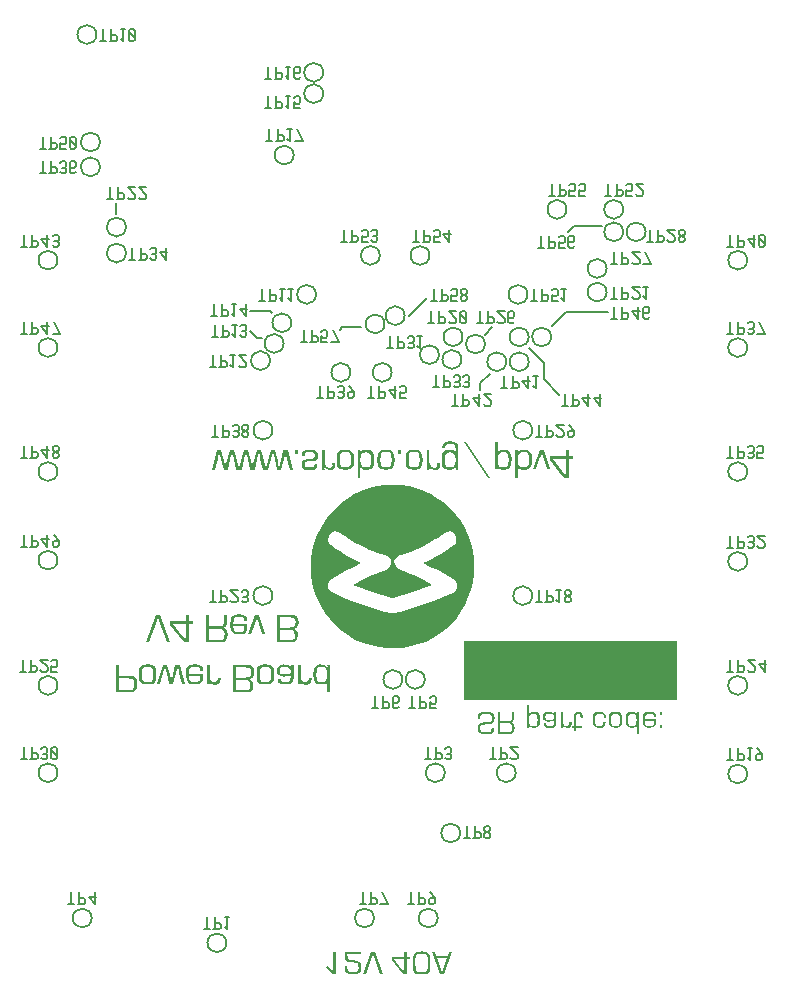
<source format=gbr>
G04 start of page 13 for group -4078 idx -4078 *
G04 Title: (unknown), bottomsilk *
G04 Creator: pcb 1.99z *
G04 CreationDate: Tue 02 Sep 2014 22:15:35 GMT UTC *
G04 For: rbarlow *
G04 Format: Gerber/RS-274X *
G04 PCB-Dimensions (mm): 85.00 105.00 *
G04 PCB-Coordinate-Origin: lower left *
%MOMM*%
%FSLAX43Y43*%
%LNBOTTOMSILK*%
%ADD204C,0.150*%
%ADD203C,0.200*%
%ADD202C,0.002*%
G54D202*G36*
X47138Y13748D02*X47287Y14145D01*
X47508D01*
X46808Y12264D01*
X46664D01*
Y12451D01*
X47078Y13587D01*
X46664D01*
Y13748D01*
X47138D01*
G37*
G36*
X46664Y12264D02*X46510D01*
X45821Y14145D01*
X46042D01*
X46190Y13748D01*
X46664D01*
Y13587D01*
X46251D01*
X46659Y12436D01*
X46664Y12451D01*
Y12264D01*
G37*
G36*
X44939Y14167D02*X45168Y14156D01*
X45350Y14123D01*
X45485Y14068D01*
X45573Y13990D01*
X45617Y13889D01*
X45650Y13723D01*
X45671Y13494D01*
X45678Y13202D01*
X45669Y12896D01*
X45649Y12658D01*
X45614Y12489D01*
X45568Y12385D01*
X45488Y12323D01*
X45357Y12279D01*
X45173Y12252D01*
X44939Y12243D01*
Y12425D01*
X45253Y12450D01*
X45402Y12528D01*
X45454Y12748D01*
X45474Y13202D01*
X45468Y13461D01*
X45454Y13661D01*
X45432Y13803D01*
X45402Y13885D01*
X45253Y13959D01*
X44939Y13984D01*
Y14167D01*
G37*
G36*
X44939Y12243D02*X44526Y12278D01*
X44311Y12381D01*
X44261Y12479D01*
X44227Y12637D01*
X44206Y12856D01*
X44200Y13135D01*
X44206Y13457D01*
X44225Y13707D01*
X44258Y13885D01*
X44305Y13990D01*
X44393Y14068D01*
X44528Y14123D01*
X44710Y14156D01*
X44939Y14167D01*
X44939Y14167D01*
Y13984D01*
X44939Y13984D01*
X44622Y13959D01*
X44470Y13885D01*
X44442Y13803D01*
X44421Y13661D01*
X44408Y13461D01*
X44404Y13202D01*
X44421Y12748D01*
X44470Y12528D01*
X44622Y12450D01*
X44939Y12425D01*
X44939Y12425D01*
Y12243D01*
X44939Y12243D01*
G37*
G36*
X43682Y12264D02*X43357D01*
X43032Y12679D01*
Y12960D01*
X43467Y12396D01*
X43473D01*
Y13532D01*
X43032D01*
Y13708D01*
X43473D01*
Y14145D01*
X43682D01*
Y13708D01*
X43964D01*
Y13532D01*
X43682D01*
Y12264D01*
G37*
G36*
X43032Y12679D02*X42420Y13461D01*
Y13708D01*
X43032D01*
Y13532D01*
X42591D01*
X43032Y12960D01*
Y12679D01*
G37*
G36*
X41422Y12264D02*X40932Y13688D01*
X40838Y13973D01*
X40832D01*
X40788Y13831D01*
X40739Y13682D01*
X40237Y12264D01*
X40006D01*
X40684Y14145D01*
X40987D01*
X41648Y12264D01*
X41422D01*
G37*
G36*
X39802Y13963D02*X38655D01*
Y13902D01*
X38672Y13664D01*
X38722Y13543D01*
X38863Y13485D01*
X39151Y13444D01*
X39486Y13383D01*
X39681Y13290D01*
X39774Y13118D01*
X39807Y12837D01*
X39774Y12542D01*
X39675Y12364D01*
X39481Y12272D01*
X39162Y12243D01*
X38803Y12271D01*
X38589Y12359D01*
X38484Y12526D01*
X38451Y12806D01*
X38446Y12905D01*
X38655D01*
Y12761D01*
X38676Y12582D01*
X38743Y12484D01*
X38892Y12439D01*
X39168Y12425D01*
X39392Y12443D01*
X39521Y12497D01*
X39582Y12610D01*
X39603Y12810D01*
X39584Y13034D01*
X39532Y13153D01*
X39390Y13212D01*
X39113Y13257D01*
X38756Y13317D01*
X38562Y13399D01*
X38475Y13546D01*
X38446Y13792D01*
Y14145D01*
X39802D01*
Y13963D01*
G37*
G36*
X37680Y12264D02*X37371D01*
X36853Y12826D01*
X36985Y12954D01*
X37465Y12420D01*
Y14145D01*
X37680D01*
Y12264D01*
G37*
G36*
X48542Y35446D02*Y40445D01*
X66542D01*
Y35446D01*
X48542D01*
G37*
G36*
X51076Y33071D02*X51043Y32798D01*
X50944Y32643D01*
X50743Y32567D01*
X50398Y32542D01*
X50048Y32570D01*
X49842Y32654D01*
X49737Y32812D01*
X49704Y33078D01*
X49733Y33282D01*
X49821Y33432D01*
X49970Y33530D01*
X50178Y33573D01*
X50387Y33584D01*
X50608Y33596D01*
X50757Y33620D01*
X50845Y33668D01*
X50889Y33751D01*
X50906Y33893D01*
X50885Y34110D01*
X50823Y34225D01*
X50667Y34269D01*
X50371Y34285D01*
X50115Y34269D01*
X49980Y34225D01*
X49920Y34116D01*
X49902Y33909D01*
Y33861D01*
X49687D01*
X49693Y33949D01*
X49726Y34207D01*
X49825Y34363D01*
X50025Y34440D01*
X50365Y34466D01*
X50750Y34440D01*
X50972Y34363D01*
X51074Y34196D01*
X51110Y33909D01*
X51078Y33649D01*
X50988Y33501D01*
X50790Y33426D01*
X50431Y33387D01*
X50130Y33361D01*
X49980Y33319D01*
X49920Y33227D01*
X49902Y33044D01*
X49924Y32877D01*
X49996Y32786D01*
X50153Y32740D01*
X50431Y32725D01*
X50659Y32740D01*
X50784Y32786D01*
X50841Y32888D01*
X50861Y33071D01*
X51076D01*
G37*
G36*
X52093Y33685D02*X52289D01*
X52413Y33704D01*
X52503Y33764D01*
X52556Y33866D01*
X52576Y34010D01*
Y34445D01*
X52785D01*
Y33966D01*
X52766Y33814D01*
X52711Y33702D01*
X52617Y33631D01*
X52488Y33601D01*
Y33596D01*
X52647Y33545D01*
X52747Y33464D01*
X52796Y33321D01*
X52813Y33099D01*
X52780Y32847D01*
X52686Y32687D01*
X52518Y32596D01*
X52261Y32566D01*
X52093D01*
Y32742D01*
X52267D01*
X52442Y32761D01*
X52543Y32819D01*
X52592Y32940D01*
X52608Y33148D01*
X52585Y33321D01*
X52520Y33431D01*
X52393Y33483D01*
X52190Y33501D01*
X52093D01*
Y33685D01*
G37*
G36*
X51368Y34445D02*X51578D01*
Y33685D01*
X52093D01*
Y33501D01*
X51578D01*
Y32742D01*
X52093D01*
Y32566D01*
X51368D01*
Y34445D01*
G37*
G36*
X54384Y34455D02*X54450Y34466D01*
X54687Y34430D01*
X54841Y34323D01*
X54928Y34119D01*
X54957Y33804D01*
X54928Y33465D01*
X54847Y33255D01*
X54690Y33142D01*
X54444Y33104D01*
X54384Y33115D01*
Y33265D01*
X54389Y33264D01*
X54580Y33289D01*
X54687Y33364D01*
X54736Y33523D01*
X54753Y33800D01*
X54734Y34057D01*
X54681Y34207D01*
X54575Y34278D01*
X54395Y34302D01*
X54384Y34300D01*
Y34455D01*
G37*
G36*
X53822Y33128D02*Y35012D01*
X54014D01*
Y34289D01*
X54020D01*
X54178Y34422D01*
X54384Y34455D01*
Y34300D01*
X54204Y34276D01*
X54092Y34201D01*
X54032Y34050D01*
X54014Y33793D01*
X54031Y33525D01*
X54086Y33369D01*
X54196Y33290D01*
X54384Y33265D01*
Y33115D01*
X54166Y33153D01*
X54009Y33299D01*
X54003Y33292D01*
X54014Y33128D01*
X53822D01*
G37*
G36*
X55786Y33262D02*X55817Y33260D01*
X55988Y33275D01*
X56087Y33325D01*
X56131Y33431D01*
X56148Y33617D01*
Y33777D01*
X56142D01*
X56006Y33675D01*
X55786Y33648D01*
Y33794D01*
X55960Y33807D01*
X56076Y33848D01*
X56138Y33924D01*
X56158Y34054D01*
X56132Y34161D01*
X56055Y34239D01*
X55928Y34285D01*
X55786Y34298D01*
Y34455D01*
X55990Y34424D01*
X56158Y34302D01*
X56164D01*
X56148Y34445D01*
X56340D01*
Y33573D01*
X56312Y33346D01*
X56225Y33204D01*
X56055Y33129D01*
X55786Y33105D01*
Y33262D01*
G37*
G36*
Y33648D02*X55728Y33640D01*
X55479Y33664D01*
X55321Y33733D01*
X55237Y33860D01*
X55210Y34065D01*
X55241Y34240D01*
X55335Y34365D01*
X55491Y34440D01*
X55712Y34466D01*
X55786Y34455D01*
Y34298D01*
X55751Y34302D01*
X55580Y34288D01*
X55481Y34251D01*
X55431Y34174D01*
X55414Y34042D01*
X55431Y33916D01*
X55481Y33844D01*
X55585Y33806D01*
X55773Y33793D01*
X55786Y33794D01*
Y33648D01*
G37*
G36*
X55458Y33496D02*Y33457D01*
X55481Y33370D01*
X55547Y33308D01*
X55658Y33271D01*
X55786Y33262D01*
Y33105D01*
X55778Y33104D01*
X55523Y33125D01*
X55370Y33187D01*
X55296Y33304D01*
X55271Y33496D01*
X55458D01*
G37*
G36*
X56715Y33128D02*Y34445D01*
X56908D01*
Y33657D01*
X56927Y33481D01*
X56988Y33355D01*
X57090Y33280D01*
X57234Y33255D01*
X57397Y33304D01*
X57454Y33457D01*
X57448Y33529D01*
X57443Y33563D01*
X57636D01*
Y33468D01*
X57612Y33304D01*
X57545Y33187D01*
X57431Y33117D01*
X57272Y33095D01*
X57045Y33142D01*
X56897Y33281D01*
X56892Y33275D01*
X56908Y33128D01*
X56715D01*
G37*
G36*
X58523D02*X58016D01*
Y32807D01*
X57823D01*
Y33128D01*
X57636D01*
Y33288D01*
X57823D01*
Y34142D01*
X57847Y34284D01*
X57918Y34385D01*
X58037Y34445D01*
X58204Y34466D01*
X58364Y34441D01*
X58479Y34368D01*
X58549Y34245D01*
X58573Y34074D01*
Y33977D01*
X58391D01*
Y34048D01*
X58385Y34113D01*
X58340Y34255D01*
X58204Y34302D01*
X58062Y34248D01*
X58016Y34092D01*
Y33288D01*
X58523D01*
Y33128D01*
G37*
G36*
X60353Y33970D02*X60337Y34146D01*
X60293Y34245D01*
X60195Y34288D01*
X60017Y34302D01*
X59799Y34280D01*
X59681Y34214D01*
X59631Y34064D01*
X59615Y33793D01*
X59628Y33518D01*
X59675Y33364D01*
X59774Y33289D01*
X59957Y33264D01*
X60142Y33278D01*
X60254Y33319D01*
X60311Y33395D01*
X60331Y33525D01*
Y33556D01*
X60524D01*
X60495Y33340D01*
X60408Y33204D01*
X60239Y33129D01*
X59968Y33104D01*
X59694Y33140D01*
X59527Y33248D01*
X59440Y33450D01*
X59411Y33777D01*
X59437Y34126D01*
X59521Y34334D01*
X59696Y34433D01*
X59995Y34466D01*
X60235Y34438D01*
X60407Y34360D01*
X60510Y34227D01*
X60546Y34042D01*
Y33970D01*
X60353D01*
G37*
G36*
X61362Y34466D02*X61660Y34434D01*
X61831Y34339D01*
X61912Y34134D01*
X61941Y33783D01*
X61912Y33432D01*
X61831Y33231D01*
X61660Y33136D01*
X61362Y33105D01*
Y33264D01*
X61566Y33286D01*
X61676Y33352D01*
X61726Y33501D01*
X61742Y33783D01*
X61726Y34068D01*
X61676Y34218D01*
X61566Y34280D01*
X61362Y34302D01*
Y34466D01*
G37*
G36*
X61362Y33104D02*X61060Y33136D01*
X60888Y33231D01*
X60804Y33432D01*
X60778Y33783D01*
X60804Y34134D01*
X60888Y34339D01*
X61060Y34434D01*
X61362Y34466D01*
X61362Y34466D01*
Y34302D01*
X61362Y34302D01*
X61151Y34280D01*
X61042Y34218D01*
X60996Y34068D01*
X60982Y33783D01*
X60996Y33501D01*
X61042Y33352D01*
X61151Y33286D01*
X61362Y33264D01*
X61362Y33264D01*
Y33105D01*
X61362Y33104D01*
G37*
G36*
X63346Y32566D02*X63153D01*
Y33292D01*
X63148D01*
X63003Y33151D01*
X62779Y33114D01*
Y33266D01*
X62954Y33289D01*
X63071Y33364D01*
X63127Y33508D01*
X63148Y33745D01*
X63129Y34035D01*
X63076Y34201D01*
X62962Y34276D01*
X62779Y34300D01*
Y34458D01*
X63003Y34418D01*
X63153Y34274D01*
X63159D01*
X63153Y34445D01*
X63346D01*
Y32566D01*
G37*
G36*
X62779Y33114D02*X62718Y33104D01*
X62472Y33142D01*
X62316Y33255D01*
X62232Y33454D01*
X62206Y33766D01*
X62232Y34105D01*
X62316Y34318D01*
X62477Y34429D01*
X62735Y34466D01*
X62779Y34458D01*
Y34300D01*
X62768Y34302D01*
X62583Y34276D01*
X62476Y34201D01*
X62426Y34040D01*
X62410Y33766D01*
X62426Y33515D01*
X62481Y33364D01*
X62586Y33289D01*
X62762Y33264D01*
X62779Y33266D01*
Y33114D01*
G37*
G36*
X64223Y33821D02*X64796D01*
Y33716D01*
X64767Y33406D01*
X64680Y33227D01*
X64505Y33135D01*
X64223Y33106D01*
Y33264D01*
X64413Y33281D01*
X64526Y33332D01*
X64578Y33432D01*
X64598Y33607D01*
Y33672D01*
X64223D01*
Y33821D01*
G37*
G36*
X64598Y34048D02*Y34085D01*
X64578Y34200D01*
X64526Y34262D01*
X64419Y34292D01*
X64228Y34302D01*
X64223Y34301D01*
Y34465D01*
X64234Y34466D01*
X64499Y34445D01*
X64669Y34383D01*
X64763Y34269D01*
X64796Y34092D01*
Y34048D01*
X64598D01*
G37*
G36*
X64223Y34301D02*X64026Y34280D01*
X63914Y34218D01*
X63865Y34074D01*
X63848Y33821D01*
X64223D01*
Y33672D01*
X63848D01*
X63865Y33464D01*
X63920Y33343D01*
X64030Y33284D01*
X64223Y33264D01*
X64223Y33264D01*
Y33106D01*
X64206Y33104D01*
X63924Y33139D01*
X63754Y33244D01*
X63670Y33442D01*
X63644Y33773D01*
X63670Y34126D01*
X63754Y34334D01*
X63932Y34433D01*
X64223Y34465D01*
Y34301D01*
G37*
G36*
X65308Y34190D02*X65099D01*
Y34445D01*
X65308D01*
Y34190D01*
G37*
G36*
Y33128D02*X65099D01*
Y33380D01*
X65308D01*
Y33128D01*
G37*
G36*
X34054Y54975D02*X33795D01*
X33564Y55889D01*
X33492Y56170D01*
X33426Y56458D01*
X33420D01*
X33388Y56313D01*
X33354Y56177D01*
X33283Y55889D01*
X33062Y54975D01*
X32710D01*
X32484Y55889D01*
X32412Y56170D01*
X32346Y56458D01*
X32340D01*
X32307Y56313D01*
X32269Y56170D01*
X32197Y55889D01*
X31965Y54975D01*
X31526D01*
X31294Y55889D01*
X31223Y56170D01*
X31156Y56458D01*
X31151D01*
X31118Y56313D01*
X31085Y56177D01*
X31013Y55889D01*
X30793Y54975D01*
X30440D01*
X30214Y55889D01*
X30142Y56170D01*
X30076Y56458D01*
X30070D01*
X30038Y56313D01*
X29999Y56170D01*
X29927Y55889D01*
X29696Y54975D01*
X29257D01*
X29026Y55889D01*
X28954Y56170D01*
X28888Y56458D01*
X28882D01*
X28850Y56313D01*
X28816Y56177D01*
X28745Y55889D01*
X28524Y54975D01*
X28172D01*
X27946Y55889D01*
X27874Y56170D01*
X27808Y56458D01*
X27802D01*
X27769Y56313D01*
X27731Y56170D01*
X27659Y55889D01*
X27427Y54975D01*
X27174D01*
X27620Y56622D01*
X27984D01*
X28210Y55708D01*
X28276Y55427D01*
X28342Y55151D01*
X28348D01*
X28381Y55288D01*
X28409Y55427D01*
X28475Y55708D01*
X28695Y56622D01*
X29054D01*
X29479Y55110D01*
X29889Y56622D01*
X30252D01*
X30478Y55708D01*
X30544Y55427D01*
X30611Y55151D01*
X30616D01*
X30649Y55288D01*
X30677Y55427D01*
X30743Y55708D01*
X30964Y56622D01*
X31322D01*
X31748Y55107D01*
X32158Y56622D01*
X32522D01*
X32748Y55708D01*
X32814Y55427D01*
X32880Y55151D01*
X32886D01*
X32919Y55288D01*
X32946Y55427D01*
X33013Y55708D01*
X33233Y56622D01*
X33592D01*
X34054Y54975D01*
G37*
G36*
X34448Y56302D02*X34178D01*
Y56622D01*
X34448D01*
Y56302D01*
G37*
G36*
X36119Y55403D02*Y55343D01*
X36077Y55172D01*
X35953Y55049D01*
X35749Y54976D01*
X35463Y54953D01*
X35121Y54976D01*
X34917Y55047D01*
X34818Y55182D01*
X34785Y55416D01*
X34826Y55657D01*
X34956Y55800D01*
X35220Y55866D01*
X35678Y55889D01*
X35854Y55955D01*
X35915Y56153D01*
X35890Y56301D01*
X35821Y56390D01*
X35675Y56431D01*
X35430Y56445D01*
X35226Y56431D01*
X35104Y56390D01*
X35042Y56310D01*
X35022Y56177D01*
X35016Y56099D01*
X34768D01*
Y56188D01*
X34806Y56410D01*
X34917Y56550D01*
X35132Y56622D01*
X35474Y56645D01*
X35809Y56619D01*
X36019Y56546D01*
X36131Y56398D01*
X36168Y56165D01*
X36139Y55968D01*
X36057Y55824D01*
X35916Y55733D01*
X35722Y55696D01*
X35474Y55681D01*
X35281Y55668D01*
X35095Y55598D01*
X35033Y55403D01*
X35049Y55268D01*
X35104Y55195D01*
X35227Y55162D01*
X35446Y55151D01*
X35681Y55162D01*
X35804Y55195D01*
X35857Y55267D01*
X35876Y55403D01*
X36119D01*
G37*
G36*
X36476Y54975D02*Y56622D01*
X36718D01*
Y55636D01*
X36743Y55419D01*
X36818Y55263D01*
X36944Y55169D01*
X37120Y55139D01*
X37326Y55202D01*
X37396Y55394D01*
X37391Y55475D01*
X37385Y55519D01*
X37622D01*
Y55403D01*
X37593Y55198D01*
X37508Y55052D01*
X37367Y54964D01*
X37170Y54935D01*
X36885Y54994D01*
X36696Y55173D01*
X36690Y55166D01*
X36718Y54975D01*
X36476D01*
G37*
G36*
X38481Y54953D02*X38481Y54953D01*
Y55151D01*
X38481Y55151D01*
X38738Y55176D01*
X38877Y55255D01*
X38934Y55443D01*
X38955Y55800D01*
X38934Y56153D01*
X38877Y56342D01*
X38738Y56419D01*
X38481Y56445D01*
X38481Y56445D01*
Y56645D01*
X38481Y56645D01*
X38856Y56605D01*
X39070Y56489D01*
X39173Y56237D01*
X39208Y55800D01*
X39173Y55361D01*
X39070Y55111D01*
X38856Y54992D01*
X38481Y54953D01*
G37*
G36*
X38481Y54953D02*X38102Y54992D01*
X37885Y55111D01*
X37786Y55361D01*
X37753Y55800D01*
X37786Y56237D01*
X37885Y56489D01*
X38102Y56605D01*
X38481Y56645D01*
Y56445D01*
X38220Y56419D01*
X38084Y56342D01*
X38024Y56153D01*
X38007Y55800D01*
X38024Y55443D01*
X38084Y55255D01*
X38220Y55176D01*
X38481Y55151D01*
Y54953D01*
G37*
G36*
X40221Y56637D02*X40265Y56645D01*
X40585Y56601D01*
X40789Y56469D01*
X40900Y56214D01*
X40938Y55817D01*
X40902Y55402D01*
X40800Y55139D01*
X40604Y55000D01*
X40298Y54953D01*
X40221Y54958D01*
Y55153D01*
X40238Y55151D01*
X40464Y55183D01*
X40596Y55278D01*
X40661Y55470D01*
X40684Y55807D01*
X40661Y56131D01*
X40596Y56326D01*
X40468Y56415D01*
X40249Y56445D01*
X40221Y56442D01*
Y56637D01*
G37*
G36*
X39510Y56622D02*X39753D01*
X39742Y56418D01*
X39747D01*
X39942Y56589D01*
X40221Y56637D01*
Y56442D01*
X39990Y56415D01*
X39846Y56326D01*
X39779Y56122D01*
X39758Y55756D01*
X39780Y55453D01*
X39852Y55271D01*
X39997Y55182D01*
X40221Y55153D01*
Y54958D01*
X40092Y54967D01*
X39933Y55012D01*
X39822Y55086D01*
X39758Y55190D01*
X39753Y55183D01*
Y54269D01*
X39510D01*
Y56622D01*
G37*
G36*
X41927Y54953D02*X41927Y54953D01*
Y55151D01*
X41927Y55151D01*
X42185Y55176D01*
X42324Y55255D01*
X42381Y55443D01*
X42401Y55800D01*
X42381Y56153D01*
X42324Y56342D01*
X42185Y56419D01*
X41927Y56445D01*
X41927Y56445D01*
Y56645D01*
X41927Y56645D01*
X42302Y56605D01*
X42517Y56489D01*
X42619Y56237D01*
X42655Y55800D01*
X42619Y55361D01*
X42517Y55111D01*
X42302Y54992D01*
X41927Y54953D01*
G37*
G36*
X41927Y54953D02*X41548Y54992D01*
X41332Y55111D01*
X41232Y55361D01*
X41200Y55800D01*
X41232Y56237D01*
X41332Y56489D01*
X41548Y56605D01*
X41927Y56645D01*
Y56445D01*
X41667Y56419D01*
X41530Y56342D01*
X41471Y56153D01*
X41453Y55800D01*
X41471Y55443D01*
X41530Y55255D01*
X41667Y55176D01*
X41927Y55151D01*
Y54953D01*
G37*
G36*
X43227Y56302D02*X42956D01*
Y56622D01*
X43227D01*
Y56302D01*
G37*
G36*
X45358Y54975D02*Y56622D01*
X45601D01*
Y55636D01*
X45626Y55419D01*
X45700Y55263D01*
X45827Y55169D01*
X46003Y55139D01*
X46209Y55202D01*
X46279Y55394D01*
X46273Y55475D01*
X46268Y55519D01*
X46505D01*
Y55403D01*
X46476Y55198D01*
X46391Y55052D01*
X46250Y54964D01*
X46053Y54935D01*
X45768Y54994D01*
X45579Y55173D01*
X45573Y55166D01*
X45601Y54975D01*
X45358D01*
G37*
G36*
X48058D02*X47821D01*
X47832Y55200D01*
X47827D01*
X47630Y55014D01*
X47350Y54962D01*
Y55152D01*
X47577Y55182D01*
X47716Y55271D01*
X47785Y55452D01*
X47810Y55756D01*
X47785Y56108D01*
X47716Y56313D01*
X47577Y56412D01*
X47350Y56444D01*
Y56639D01*
X47475Y56630D01*
X47632Y56589D01*
X47745Y56517D01*
X47816Y56418D01*
X47821D01*
Y56750D01*
X47796Y56951D01*
X47722Y57075D01*
X47581Y57137D01*
X47352Y57158D01*
X47350Y57158D01*
Y57355D01*
X47683Y57320D01*
X47904Y57218D01*
X48018Y57028D01*
X48058Y56726D01*
Y54975D01*
G37*
G36*
X47350Y57158D02*X47133Y57141D01*
X47011Y57092D01*
X46952Y56991D01*
X46934Y56815D01*
X46702D01*
X46735Y57078D01*
X46834Y57239D01*
X47024Y57326D01*
X47336Y57356D01*
X47350Y57355D01*
Y57158D01*
G37*
G36*
Y54962D02*X47297Y54953D01*
X46975Y54998D01*
X46774Y55135D01*
X46669Y55392D01*
X46636Y55807D01*
X46669Y56211D01*
X46774Y56469D01*
X46967Y56601D01*
X47275Y56645D01*
X47350Y56639D01*
Y56444D01*
X47342Y56445D01*
X47107Y56415D01*
X46972Y56326D01*
X46910Y56131D01*
X46890Y55796D01*
X46910Y55464D01*
X46972Y55271D01*
X47107Y55182D01*
X47342Y55151D01*
X47350Y55152D01*
Y54962D01*
G37*
G36*
X50764Y54273D02*X50571D01*
X48498Y57330D01*
X48697D01*
X50764Y54273D01*
G37*
G36*
X51843Y56636D02*X51923Y56648D01*
X52220Y56604D01*
X52413Y56472D01*
X52519Y56218D01*
X52557Y55827D01*
X52521Y55404D01*
X52419Y55142D01*
X52222Y55003D01*
X51912Y54956D01*
X51843Y54968D01*
Y55155D01*
X51846Y55155D01*
X52080Y55186D01*
X52215Y55281D01*
X52280Y55476D01*
X52303Y55820D01*
X52280Y56140D01*
X52215Y56329D01*
X52080Y56418D01*
X51856Y56448D01*
X51843Y56447D01*
Y56636D01*
G37*
G36*
X51134Y54978D02*Y57330D01*
X51377D01*
Y56434D01*
X51382D01*
X51582Y56595D01*
X51843Y56636D01*
Y56447D01*
X51617Y56417D01*
X51476Y56323D01*
X51405Y56132D01*
X51382Y55816D01*
X51403Y55474D01*
X51471Y55281D01*
X51607Y55186D01*
X51843Y55155D01*
Y54968D01*
X51569Y55016D01*
X51372Y55193D01*
X51366Y55186D01*
X51377Y54978D01*
X51134D01*
G37*
G36*
X53572Y56641D02*X53616Y56648D01*
X53936Y56604D01*
X54140Y56472D01*
X54252Y56217D01*
X54289Y55820D01*
X54253Y55405D01*
X54151Y55142D01*
X53955Y55003D01*
X53649Y54956D01*
X53572Y54961D01*
Y55157D01*
X53589Y55155D01*
X53815Y55186D01*
X53947Y55281D01*
X54012Y55473D01*
X54035Y55810D01*
X54012Y56134D01*
X53947Y56329D01*
X53819Y56418D01*
X53600Y56448D01*
X53572Y56445D01*
Y56641D01*
G37*
G36*
X52861Y56625D02*X53104D01*
X53093Y56421D01*
X53098D01*
X53292Y56592D01*
X53572Y56641D01*
Y56445D01*
X53341Y56418D01*
X53197Y56329D01*
X53130Y56125D01*
X53109Y55760D01*
X53131Y55456D01*
X53203Y55274D01*
X53348Y55185D01*
X53572Y55157D01*
Y54961D01*
X53443Y54970D01*
X53284Y55016D01*
X53173Y55090D01*
X53109Y55193D01*
X53104Y55186D01*
Y54273D01*
X52861D01*
Y56625D01*
G37*
G36*
X55818Y54978D02*X55548D01*
X55267Y55875D01*
X55179Y56156D01*
X55140Y56301D01*
X55096Y56438D01*
X55091D01*
X55047Y56296D01*
X55003Y56156D01*
X54914Y55875D01*
X54622Y54978D01*
X54374D01*
X54920Y56625D01*
X55267D01*
X55818Y54978D01*
G37*
G36*
X57423Y54273D02*X57009D01*
X56609Y54785D01*
Y55148D01*
X57152Y54443D01*
X57158D01*
Y55860D01*
X56609D01*
Y56085D01*
X57158D01*
Y56625D01*
X57423D01*
Y56085D01*
X57775D01*
Y55860D01*
X57423D01*
Y54273D01*
G37*
G36*
X56609Y54785D02*X55840Y55772D01*
Y56085D01*
X56609D01*
Y55860D01*
X56061D01*
X56609Y55148D01*
Y54785D01*
G37*
G36*
X44302Y54953D02*X44302Y54953D01*
Y55151D01*
X44302Y55151D01*
X44559Y55176D01*
X44698Y55255D01*
X44755Y55443D01*
X44776Y55800D01*
X44755Y56153D01*
X44698Y56342D01*
X44559Y56419D01*
X44302Y56445D01*
X44302Y56445D01*
Y56645D01*
X44302Y56645D01*
X44676Y56605D01*
X44891Y56489D01*
X44993Y56237D01*
X45029Y55800D01*
X44993Y55361D01*
X44891Y55111D01*
X44676Y54992D01*
X44302Y54953D01*
G37*
G36*
X44302Y54953D02*X43923Y54992D01*
X43706Y55111D01*
X43607Y55361D01*
X43574Y55800D01*
X43607Y56237D01*
X43706Y56489D01*
X43923Y56605D01*
X44302Y56645D01*
Y56445D01*
X44041Y56419D01*
X43905Y56342D01*
X43845Y56153D01*
X43827Y55800D01*
X43845Y55443D01*
X43905Y55255D01*
X44041Y55176D01*
X44302Y55151D01*
Y54953D01*
G37*
G36*
X47455Y41919D02*X46966Y41464D01*
X46435Y41060D01*
X45868Y40707D01*
X45269Y40411D01*
X44645Y40171D01*
X44003Y39992D01*
X43346Y39874D01*
X42680Y39823D01*
X42488Y39828D01*
Y42807D01*
X42573D01*
X42644Y42825D01*
X42680D01*
X42770Y42859D01*
X42931Y42897D01*
X43144Y42949D01*
X43693Y43110D01*
X44378Y43325D01*
X45145Y43574D01*
X45960Y43864D01*
X46782Y44192D01*
X47575Y44557D01*
X47722Y44651D01*
X47839Y44782D01*
X47918Y44939D01*
X47952Y45111D01*
X47935Y45286D01*
X47871Y45450D01*
X47766Y45592D01*
X47628Y45700D01*
X46933Y46095D01*
X46285Y46442D01*
X45669Y46752D01*
X45074Y47040D01*
X45688Y47338D01*
X46253Y47648D01*
X46546Y47827D01*
X46813Y47999D01*
X47050Y48159D01*
X47254Y48303D01*
X47419Y48421D01*
X47542Y48514D01*
X47619Y48571D01*
X47646Y48593D01*
X47809Y48785D01*
X47886Y49027D01*
X47871Y49282D01*
X47761Y49511D01*
X47562Y49668D01*
X47319Y49737D01*
X47065Y49714D01*
X46843Y49594D01*
X46818Y49574D01*
X46751Y49523D01*
X46640Y49444D01*
X46493Y49339D01*
X46311Y49212D01*
X46098Y49070D01*
X45856Y48916D01*
X45592Y48755D01*
X45005Y48427D01*
X44381Y48132D01*
X43758Y47902D01*
X43180Y47772D01*
X42982Y47706D01*
X42815Y47581D01*
X42694Y47410D01*
X42635Y47210D01*
X42647Y47002D01*
X42726Y46809D01*
X42859Y46649D01*
X43037Y46540D01*
X43762Y46252D01*
X44444Y45939D01*
X45111Y45602D01*
X45789Y45236D01*
X44864Y44871D01*
X43984Y44557D01*
X43329Y44353D01*
X42806Y44199D01*
X42602Y44138D01*
X42488Y44104D01*
Y53685D01*
X43161Y53649D01*
X43834Y53547D01*
X44492Y53381D01*
X45133Y53151D01*
X45748Y52861D01*
X46332Y52512D01*
X46879Y52110D01*
X47385Y51655D01*
X47839Y51150D01*
X48242Y50602D01*
X48590Y50018D01*
X48880Y49404D01*
X49110Y48763D01*
X49277Y48104D01*
X49379Y47433D01*
X49414Y46754D01*
X49381Y46087D01*
X49282Y45425D01*
X49122Y44778D01*
X48900Y44148D01*
X48621Y43540D01*
X48285Y42963D01*
X47894Y42421D01*
X47455Y41919D01*
G37*
G36*
X42488Y39828D02*X41987Y39839D01*
X41301Y39926D01*
X40626Y40078D01*
X39969Y40299D01*
X39337Y40581D01*
X38735Y40924D01*
X38171Y41326D01*
X37650Y41783D01*
X37179Y42290D01*
X36763Y42843D01*
X36403Y43434D01*
X36104Y44057D01*
X35866Y44707D01*
X35692Y45378D01*
X35587Y46062D01*
X35552Y46754D01*
X35586Y47433D01*
X35688Y48104D01*
X35856Y48763D01*
X36086Y49404D01*
X36376Y50018D01*
X36724Y50602D01*
X37127Y51150D01*
X37583Y51655D01*
X38087Y52110D01*
X38634Y52512D01*
X39218Y52861D01*
X39833Y53151D01*
X40474Y53381D01*
X41132Y53547D01*
X41804Y53649D01*
X42483Y53685D01*
X42488Y53685D01*
Y44104D01*
X42447Y44091D01*
X42316Y44130D01*
X42144Y44181D01*
X41620Y44334D01*
X40964Y44538D01*
X40085Y44862D01*
X39161Y45236D01*
X39854Y45614D01*
X40530Y45954D01*
X41210Y46252D01*
X41913Y46503D01*
X42103Y46601D01*
X42252Y46756D01*
X42344Y46951D01*
X42369Y47164D01*
X42315Y47372D01*
X42195Y47552D01*
X42026Y47684D01*
X41823Y47754D01*
X41495Y47823D01*
X41164Y47918D01*
X40835Y48035D01*
X40508Y48168D01*
X40189Y48314D01*
X39880Y48468D01*
X39584Y48627D01*
X39305Y48786D01*
X39048Y48942D01*
X38813Y49091D01*
X38605Y49227D01*
X38427Y49348D01*
X38284Y49449D01*
X38177Y49526D01*
X38110Y49576D01*
X38088Y49594D01*
X37864Y49712D01*
X37612Y49736D01*
X37366Y49668D01*
X37169Y49511D01*
X37058Y49282D01*
X37042Y49027D01*
X37120Y48785D01*
X37285Y48593D01*
X37335Y48552D01*
X37478Y48440D01*
X37707Y48272D01*
X38013Y48059D01*
X38388Y47815D01*
X38823Y47554D01*
X39309Y47293D01*
X39840Y47040D01*
X39250Y46751D01*
X38648Y46437D01*
X38015Y46090D01*
X37339Y45700D01*
X37205Y45593D01*
X37104Y45456D01*
X37041Y45296D01*
X37023Y45126D01*
X37052Y44958D01*
X37124Y44804D01*
X37234Y44672D01*
X37374Y44575D01*
X38166Y44206D01*
X38990Y43867D01*
X39804Y43565D01*
X40572Y43307D01*
X41254Y43101D01*
X41805Y42949D01*
X42014Y42887D01*
X42180Y42843D01*
X42305Y42807D01*
X42488D01*
Y39828D01*
G37*
G36*
X33623Y42683D02*X33865D01*
X34173Y42646D01*
X34373Y42534D01*
X34484Y42325D01*
X34522Y42005D01*
X34498Y41796D01*
X34428Y41635D01*
X34312Y41520D01*
X34152Y41452D01*
Y41448D01*
X34282Y41377D01*
X34375Y41272D01*
X34430Y41129D01*
X34450Y40951D01*
X34417Y40635D01*
X34318Y40449D01*
X34108Y40360D01*
X33750Y40330D01*
X33623D01*
Y40554D01*
X33744D01*
X33978Y40572D01*
X34114Y40626D01*
X34176Y40735D01*
X34196Y40930D01*
X34172Y41156D01*
X34102Y41287D01*
X33947Y41345D01*
X33673Y41364D01*
X33623D01*
Y41592D01*
X33661D01*
X33998Y41608D01*
X34174Y41664D01*
X34243Y41792D01*
X34268Y42049D01*
X34243Y42257D01*
X34174Y42379D01*
X34027Y42438D01*
X33777Y42457D01*
X33623D01*
Y42683D01*
G37*
G36*
X32714D02*X33623D01*
Y42457D01*
X32978D01*
Y41592D01*
X33623D01*
Y41364D01*
X32978D01*
Y40554D01*
X33623D01*
Y40330D01*
X32714D01*
Y42683D01*
G37*
G36*
X31712Y41035D02*X31442D01*
X31160Y41934D01*
X31072Y42213D01*
X31034Y42358D01*
X30990Y42494D01*
X30984D01*
X30940Y42351D01*
X30896Y42213D01*
X30808Y41934D01*
X30515Y41035D01*
X30268D01*
X30813Y42683D01*
X31160D01*
X31712Y41035D01*
G37*
G36*
X29470Y41905D02*X30183D01*
Y41772D01*
X30146Y41386D01*
X30040Y41160D01*
X29821Y41049D01*
X29470Y41014D01*
Y41212D01*
X29706Y41231D01*
X29847Y41293D01*
X29912Y41419D01*
X29935Y41640D01*
Y41717D01*
X29470D01*
Y41905D01*
G37*
G36*
X29935Y42186D02*Y42237D01*
X29912Y42376D01*
X29847Y42457D01*
X29711Y42494D01*
X29472Y42507D01*
X29470Y42507D01*
Y42702D01*
X29483Y42704D01*
X29814Y42679D01*
X30029Y42606D01*
X30143Y42464D01*
X30183Y42246D01*
Y42186D01*
X29935D01*
G37*
G36*
X29470Y42507D02*X29219Y42481D01*
X29081Y42402D01*
X29019Y42223D01*
X28998Y41905D01*
X29470D01*
Y41717D01*
X29004D01*
X29024Y41455D01*
X29086Y41304D01*
X29224Y41235D01*
X29467Y41211D01*
X29470Y41212D01*
Y41014D01*
X29445Y41012D01*
X29097Y41054D01*
X28888Y41184D01*
X28779Y41429D01*
X28745Y41840D01*
X28778Y42282D01*
X28882Y42539D01*
X29103Y42662D01*
X29470Y42702D01*
Y42507D01*
G37*
G36*
X27604Y41728D02*X27846D01*
X28002Y41753D01*
X28114Y41831D01*
X28181Y41960D01*
X28204Y42142D01*
Y42683D01*
X28469D01*
Y42081D01*
X28444Y41891D01*
X28374Y41752D01*
X28257Y41664D01*
X28094Y41625D01*
Y41619D01*
X28291Y41561D01*
X28414Y41460D01*
X28479Y41278D01*
X28502Y41002D01*
X28462Y40686D01*
X28348Y40482D01*
X28136Y40367D01*
X27813Y40330D01*
X27604D01*
Y40554D01*
X27813D01*
X28035Y40579D01*
X28166Y40655D01*
X28228Y40805D01*
X28248Y41067D01*
X28220Y41282D01*
X28138Y41415D01*
X27978Y41484D01*
X27725Y41508D01*
X27604D01*
Y41728D01*
G37*
G36*
X26694Y42683D02*X26959D01*
Y41728D01*
X27604D01*
Y41508D01*
X26959D01*
Y40554D01*
X27604D01*
Y40330D01*
X26694D01*
Y42683D01*
G37*
G36*
X25221Y40330D02*X24808D01*
X24408Y40842D01*
Y41205D01*
X24951Y40499D01*
X24956D01*
Y41917D01*
X24408D01*
Y42142D01*
X24956D01*
Y42683D01*
X25221D01*
Y42142D01*
X25574D01*
Y41917D01*
X25221D01*
Y40330D01*
G37*
G36*
X24408Y40842D02*X23639Y41829D01*
Y42142D01*
X24408D01*
Y41917D01*
X23860D01*
X24408Y41205D01*
Y40842D01*
G37*
G36*
X23359Y40330D02*X22742Y42110D01*
X22626Y42467D01*
X22615D01*
X22560Y42286D01*
X22499Y42110D01*
X21871Y40330D01*
X21590D01*
X22428Y42683D01*
X22808D01*
X23640Y40330D01*
X23359D01*
G37*
G36*
X37195Y36096D02*X36952D01*
Y37006D01*
X36947Y37010D01*
X36882Y36908D01*
X36770Y36836D01*
X36613Y36792D01*
X36489Y36784D01*
Y36980D01*
X36708Y37010D01*
X36853Y37104D01*
X36927Y37284D01*
X36952Y37579D01*
X36929Y37937D01*
X36864Y38145D01*
X36722Y38240D01*
X36489Y38272D01*
Y38460D01*
X36769Y38411D01*
X36958Y38234D01*
X36969D01*
X36952Y38450D01*
X37195D01*
Y36096D01*
G37*
G36*
X36489Y36784D02*X36412Y36778D01*
X36106Y36824D01*
X35911Y36962D01*
X35806Y37208D01*
X35773Y37600D01*
X35806Y38024D01*
X35911Y38289D01*
X36110Y38425D01*
X36428Y38470D01*
X36489Y38460D01*
Y38272D01*
X36478Y38273D01*
X36248Y38240D01*
X36114Y38145D01*
X36047Y37943D01*
X36026Y37600D01*
X36047Y37288D01*
X36114Y37104D01*
X36247Y37010D01*
X36473Y36978D01*
X36489Y36980D01*
Y36784D01*
G37*
G36*
X34494Y36802D02*Y38450D01*
X34736D01*
Y37463D01*
X34761Y37244D01*
X34836Y37090D01*
X34962Y36996D01*
X35139Y36966D01*
X35344Y37029D01*
X35414Y37219D01*
X35409Y37303D01*
X35403Y37347D01*
X35640D01*
Y37230D01*
X35611Y37025D01*
X35526Y36879D01*
X35385Y36791D01*
X35188Y36762D01*
X34903Y36821D01*
X34714Y36999D01*
X34709Y36994D01*
X34736Y36802D01*
X34494D01*
G37*
G36*
X33402Y36968D02*X33436Y36966D01*
X33652Y36986D01*
X33777Y37050D01*
X33834Y37181D01*
X33854Y37412D01*
Y37616D01*
X33849D01*
X33674Y37489D01*
X33402Y37456D01*
Y37634D01*
X33619Y37651D01*
X33766Y37704D01*
X33841Y37802D01*
X33865Y37965D01*
X33832Y38100D01*
X33737Y38196D01*
X33579Y38254D01*
X33402Y38270D01*
Y38457D01*
X33660Y38420D01*
X33871Y38268D01*
Y38273D01*
X33854Y38450D01*
X34097D01*
Y37363D01*
X34060Y37076D01*
X33948Y36901D01*
X33737Y36809D01*
X33402Y36779D01*
Y36968D01*
G37*
G36*
Y37456D02*X33331Y37447D01*
X33018Y37474D01*
X32824Y37562D01*
X32719Y37719D01*
X32686Y37969D01*
X32724Y38188D01*
X32840Y38345D01*
X33035Y38439D01*
X33309Y38470D01*
X33402Y38457D01*
Y38270D01*
X33358Y38273D01*
X33146Y38258D01*
X33022Y38213D01*
X32960Y38112D01*
X32939Y37941D01*
X32960Y37783D01*
X33022Y37695D01*
X33152Y37648D01*
X33380Y37633D01*
X33402Y37634D01*
Y37456D01*
G37*
G36*
X32994Y37263D02*Y37215D01*
X33021Y37106D01*
X33103Y37028D01*
X33241Y36981D01*
X33402Y36968D01*
Y36779D01*
X33397Y36778D01*
X33078Y36803D01*
X32884Y36877D01*
X32788Y37024D01*
X32757Y37263D01*
X32994D01*
G37*
G36*
X31710Y36778D02*Y36978D01*
X31968Y37003D01*
X32107Y37083D01*
X32164Y37270D01*
X32184Y37627D01*
X32164Y37980D01*
X32107Y38169D01*
X31968Y38247D01*
X31710Y38273D01*
Y38470D01*
X32085Y38432D01*
X32300Y38318D01*
X32402Y38064D01*
X32438Y37627D01*
X32402Y37188D01*
X32300Y36938D01*
X32085Y36818D01*
X31710Y36778D01*
G37*
G36*
Y36778D02*X31331Y36818D01*
X31115Y36938D01*
X31016Y37188D01*
X30982Y37627D01*
X31016Y38064D01*
X31115Y38318D01*
X31331Y38432D01*
X31710Y38470D01*
Y38273D01*
X31450Y38247D01*
X31313Y38169D01*
X31254Y37980D01*
X31236Y37627D01*
X31254Y37270D01*
X31313Y37083D01*
X31450Y37003D01*
X31710Y36978D01*
Y36778D01*
G37*
G36*
X29864Y38450D02*X30106D01*
X30414Y38413D01*
X30613Y38301D01*
X30725Y38092D01*
X30762Y37772D01*
X30739Y37562D01*
X30668Y37401D01*
X30553Y37287D01*
X30393Y37219D01*
Y37215D01*
X30522Y37143D01*
X30616Y37039D01*
X30671Y36896D01*
X30690Y36718D01*
X30657Y36402D01*
X30558Y36216D01*
X30349Y36127D01*
X29990Y36096D01*
X29864D01*
Y36321D01*
X29985D01*
X30219Y36339D01*
X30354Y36392D01*
X30416Y36501D01*
X30437Y36697D01*
X30412Y36923D01*
X30343Y37054D01*
X30188Y37112D01*
X29913Y37131D01*
X29864D01*
Y37358D01*
X29902D01*
X30238Y37375D01*
X30415Y37430D01*
X30484Y37558D01*
X30508Y37816D01*
X30484Y38024D01*
X30415Y38145D01*
X30268Y38205D01*
X30018Y38224D01*
X29864D01*
Y38450D01*
G37*
G36*
X28954D02*X29864D01*
Y38224D01*
X29219D01*
Y37358D01*
X29864D01*
Y37131D01*
X29219D01*
Y36321D01*
X29864D01*
Y36096D01*
X28954D01*
Y38450D01*
G37*
G36*
X26769Y36802D02*Y38450D01*
X27011D01*
Y37463D01*
X27036Y37244D01*
X27110Y37090D01*
X27237Y36996D01*
X27414Y36966D01*
X27619Y37029D01*
X27689Y37219D01*
X27683Y37303D01*
X27678Y37347D01*
X27915D01*
Y37230D01*
X27886Y37025D01*
X27801Y36879D01*
X27660Y36791D01*
X27463Y36762D01*
X27178Y36821D01*
X26989Y36999D01*
X26984Y36994D01*
X27011Y36802D01*
X26769D01*
G37*
G36*
X25721Y37671D02*X26435D01*
Y37539D01*
X26398Y37153D01*
X26292Y36927D01*
X26073Y36815D01*
X25721Y36781D01*
Y36978D01*
X25958Y36997D01*
X26099Y37059D01*
X26164Y37186D01*
X26187Y37407D01*
Y37484D01*
X25721D01*
Y37671D01*
G37*
G36*
X26187Y37952D02*Y38003D01*
X26164Y38143D01*
X26099Y38224D01*
X25962Y38261D01*
X25724Y38273D01*
X25721Y38273D01*
Y38469D01*
X25735Y38470D01*
X26066Y38446D01*
X26281Y38373D01*
X26395Y38231D01*
X26435Y38013D01*
Y37952D01*
X26187D01*
G37*
G36*
X25721Y38273D02*X25470Y38247D01*
X25332Y38169D01*
X25270Y37990D01*
X25250Y37671D01*
X25721D01*
Y37484D01*
X25256D01*
X25276Y37222D01*
X25338Y37070D01*
X25476Y37002D01*
X25719Y36978D01*
X25721Y36978D01*
Y36781D01*
X25696Y36778D01*
X25349Y36821D01*
X25140Y36951D01*
X25031Y37196D01*
X24996Y37606D01*
X25030Y38049D01*
X25134Y38305D01*
X25355Y38429D01*
X25721Y38469D01*
Y38273D01*
G37*
G36*
X24916Y36802D02*X24657D01*
X24426Y37715D01*
X24354Y37996D01*
X24288Y38285D01*
X24282D01*
X24250Y38141D01*
X24216Y38003D01*
X24145Y37715D01*
X23924Y36802D01*
X23572D01*
X23346Y37715D01*
X23274Y37996D01*
X23208Y38285D01*
X23202D01*
X23169Y38141D01*
X23131Y37996D01*
X23059Y37715D01*
X22827Y36802D01*
X22574D01*
X23020Y38450D01*
X23384D01*
X23610Y37535D01*
X23676Y37254D01*
X23742Y36978D01*
X23748D01*
X23781Y37114D01*
X23808Y37254D01*
X23875Y37535D01*
X24095Y38450D01*
X24453D01*
X24916Y36802D01*
G37*
G36*
X21743Y38470D02*X22118Y38432D01*
X22332Y38318D01*
X22435Y38064D01*
X22470Y37627D01*
X22435Y37188D01*
X22332Y36938D01*
X22118Y36818D01*
X21743Y36778D01*
Y36978D01*
X22000Y37003D01*
X22140Y37083D01*
X22196Y37270D01*
X22217Y37627D01*
X22196Y37980D01*
X22140Y38169D01*
X22000Y38247D01*
X21743Y38273D01*
Y38470D01*
G37*
G36*
X21743Y36778D02*X21364Y36818D01*
X21148Y36938D01*
X21048Y37188D01*
X21015Y37627D01*
X21048Y38064D01*
X21148Y38318D01*
X21364Y38432D01*
X21743Y38470D01*
X21743Y38470D01*
Y38273D01*
X21743Y38273D01*
X21482Y38247D01*
X21346Y38169D01*
X21287Y37980D01*
X21269Y37627D01*
X21287Y37270D01*
X21346Y37083D01*
X21482Y37003D01*
X21743Y36978D01*
X21743Y36978D01*
Y36778D01*
X21743Y36778D01*
G37*
G36*
X19965Y37524D02*X20125D01*
X20472Y37486D01*
X20687Y37375D01*
X20802Y37161D01*
X20842Y36822D01*
X20804Y36470D01*
X20693Y36249D01*
X20485Y36134D01*
X20153Y36096D01*
X19965D01*
Y36321D01*
X20158D01*
X20385Y36344D01*
X20511Y36416D01*
X20568Y36566D01*
X20588Y36846D01*
X20559Y37084D01*
X20472Y37219D01*
X20290Y37279D01*
X19971Y37298D01*
X19965D01*
Y37524D01*
G37*
G36*
X19078Y38450D02*X19342D01*
Y37524D01*
X19965D01*
Y37298D01*
X19342D01*
Y36321D01*
X19965D01*
Y36096D01*
X19078D01*
Y38450D01*
G37*
G54D203*X19100Y76600D02*Y77500D01*
X30400Y66700D02*X31000Y66100D01*
X31400D01*
X30400Y68400D02*X32100D01*
X32300Y68200D01*
X57300Y75100D02*X57800Y75600D01*
X60200D01*
X49900Y61700D02*Y62300D01*
X50700Y63100D01*
X54000Y65300D02*X55300Y64000D01*
Y62600D01*
X56600Y61300D01*
X50300Y66400D02*X50900Y67000D01*
X39800D02*X38200D01*
X38000Y66800D01*
X57200Y68300D02*X56000Y67100D01*
X60700Y68300D02*X57200D01*
X43900Y68000D02*X45400Y69500D01*
X60400Y77000D02*G75*G03X60400Y77000I800J0D01*G01*
Y75100D02*G75*G03X60400Y75100I800J0D01*G01*
X62300D02*G75*G03X62300Y75100I800J0D01*G01*
X59000Y70000D02*G75*G03X59000Y70000I800J0D01*G01*
Y72000D02*G75*G03X59000Y72000I800J0D01*G01*
X70900Y65300D02*G75*G03X70900Y65300I800J0D01*G01*
Y72700D02*G75*G03X70900Y72700I800J0D01*G01*
X55600Y77000D02*G75*G03X55600Y77000I800J0D01*G01*
X44000Y73100D02*G75*G03X44000Y73100I800J0D01*G01*
X41900Y68000D02*G75*G03X41900Y68000I800J0D01*G01*
X40200Y67300D02*G75*G03X40200Y67300I800J0D01*G01*
X40800Y63200D02*G75*G03X40800Y63200I800J0D01*G01*
X37300D02*G75*G03X37300Y63200I800J0D01*G01*
X39800Y73100D02*G75*G03X39800Y73100I800J0D01*G01*
X12500Y54800D02*G75*G03X12500Y54800I800J0D01*G01*
Y47300D02*G75*G03X12500Y47300I800J0D01*G01*
X18300Y73300D02*G75*G03X18300Y73300I800J0D01*G01*
X12500Y72700D02*G75*G03X12500Y72700I800J0D01*G01*
Y65300D02*G75*G03X12500Y65300I800J0D01*G01*
X32500Y81600D02*G75*G03X32500Y81600I800J0D01*G01*
X30700Y58300D02*G75*G03X30700Y58300I800J0D01*G01*
Y44300D02*G75*G03X30700Y44300I800J0D01*G01*
X34400Y69800D02*G75*G03X34400Y69800I800J0D01*G01*
X32300Y67400D02*G75*G03X32300Y67400I800J0D01*G01*
X30500Y64200D02*G75*G03X30500Y64200I800J0D01*G01*
X31650Y65650D02*G75*G03X31650Y65650I800J0D01*G01*
X26800Y14900D02*G75*G03X26800Y14900I800J0D01*G01*
X15400Y17000D02*G75*G03X15400Y17000I800J0D01*G01*
X45300Y29300D02*G75*G03X45300Y29300I800J0D01*G01*
X46600Y24200D02*G75*G03X46600Y24200I800J0D01*G01*
X51300Y29300D02*G75*G03X51300Y29300I800J0D01*G01*
X44700Y17000D02*G75*G03X44700Y17000I800J0D01*G01*
X39300D02*G75*G03X39300Y17000I800J0D01*G01*
X52700Y44300D02*G75*G03X52700Y44300I800J0D01*G01*
X70900Y36700D02*G75*G03X70900Y36700I800J0D01*G01*
Y29200D02*G75*G03X70900Y29200I800J0D01*G01*
X12500Y36700D02*G75*G03X12500Y36700I800J0D01*G01*
Y29300D02*G75*G03X12500Y29300I800J0D01*G01*
X52700Y58300D02*G75*G03X52700Y58300I800J0D01*G01*
X41700Y37200D02*G75*G03X41700Y37200I800J0D01*G01*
X43600D02*G75*G03X43600Y37200I800J0D01*G01*
X35000Y86800D02*G75*G03X35000Y86800I800J0D01*G01*
X16100Y82700D02*G75*G03X16100Y82700I800J0D01*G01*
X18300Y75500D02*G75*G03X18300Y75500I800J0D01*G01*
X16100Y80600D02*G75*G03X16100Y80600I800J0D01*G01*
X15800Y91800D02*G75*G03X15800Y91800I800J0D01*G01*
X35000Y88600D02*G75*G03X35000Y88600I800J0D01*G01*
X70900Y54800D02*G75*G03X70900Y54800I800J0D01*G01*
Y47200D02*G75*G03X70900Y47200I800J0D01*G01*
X52300Y69800D02*G75*G03X52300Y69800I800J0D01*G01*
X52400Y66200D02*G75*G03X52400Y66200I800J0D01*G01*
X54300D02*G75*G03X54300Y66200I800J0D01*G01*
X52400Y64100D02*G75*G03X52400Y64100I800J0D01*G01*
X50500D02*G75*G03X50500Y64100I800J0D01*G01*
X46800Y66200D02*G75*G03X46800Y66200I800J0D01*G01*
X48700Y65600D02*G75*G03X48700Y65600I800J0D01*G01*
X46700Y64300D02*G75*G03X46700Y64300I800J0D01*G01*
X44800Y64700D02*G75*G03X44800Y64700I800J0D01*G01*
G54D204*X48500Y23754D02*X49008D01*
X48754D02*Y24770D01*
X49440Y23754D02*Y24770D01*
X49313Y23754D02*X49821D01*
X49948Y23881D01*
Y24135D01*
X49821Y24262D02*X49948Y24135D01*
X49440Y24262D02*X49821D01*
X50253Y24643D02*X50380Y24770D01*
X50253Y24440D02*Y24643D01*
Y24440D02*X50430Y24262D01*
X50583D01*
X50761Y24440D01*
Y24643D01*
X50634Y24770D02*X50761Y24643D01*
X50380Y24770D02*X50634D01*
X50253Y24084D02*X50430Y24262D01*
X50253Y23881D02*Y24084D01*
Y23881D02*X50380Y23754D01*
X50634D01*
X50761Y23881D01*
Y24084D01*
X50583Y24262D02*X50761Y24084D01*
X43800Y18154D02*X44308D01*
X44054D02*Y19170D01*
X44740Y18154D02*Y19170D01*
X44613Y18154D02*X45121D01*
X45248Y18281D01*
Y18535D01*
X45121Y18662D02*X45248Y18535D01*
X44740Y18662D02*X45121D01*
X45680Y19170D02*X46061Y18662D01*
Y18281D02*Y18662D01*
X45934Y18154D02*X46061Y18281D01*
X45680Y18154D02*X45934D01*
X45553Y18281D02*X45680Y18154D01*
X45553Y18281D02*Y18535D01*
X45680Y18662D01*
X46061D01*
X39700Y18154D02*X40208D01*
X39954D02*Y19170D01*
X40640Y18154D02*Y19170D01*
X40513Y18154D02*X41021D01*
X41148Y18281D01*
Y18535D01*
X41021Y18662D02*X41148Y18535D01*
X40640Y18662D02*X41021D01*
X41580Y19170D02*X42088Y18154D01*
X41453D02*X42088D01*
X27000Y63654D02*X27508D01*
X27254D02*Y64670D01*
X27940Y63654D02*Y64670D01*
X27813Y63654D02*X28321D01*
X28448Y63781D01*
Y64035D01*
X28321Y64162D02*X28448Y64035D01*
X27940Y64162D02*X28321D01*
X28753Y63857D02*X28956Y63654D01*
Y64670D01*
X28753D02*X29134D01*
X29438Y63781D02*X29565Y63654D01*
X29946D01*
X30073Y63781D01*
Y64035D01*
X29438Y64670D02*X30073Y64035D01*
X29438Y64670D02*X30073D01*
X27200Y57754D02*X27708D01*
X27454D02*Y58770D01*
X28140Y57754D02*Y58770D01*
X28013Y57754D02*X28521D01*
X28648Y57881D01*
Y58135D01*
X28521Y58262D02*X28648Y58135D01*
X28140Y58262D02*X28521D01*
X28953Y57881D02*X29080Y57754D01*
X29334D01*
X29461Y57881D01*
X29334Y58770D02*X29461Y58643D01*
X29080Y58770D02*X29334D01*
X28953Y58643D02*X29080Y58770D01*
Y58211D02*X29334D01*
X29461Y57881D02*Y58084D01*
Y58338D02*Y58643D01*
Y58338D02*X29334Y58211D01*
X29461Y58084D02*X29334Y58211D01*
X29765Y58643D02*X29892Y58770D01*
X29765Y58440D02*Y58643D01*
Y58440D02*X29943Y58262D01*
X30096D01*
X30273Y58440D01*
Y58643D01*
X30146Y58770D02*X30273Y58643D01*
X29892Y58770D02*X30146D01*
X29765Y58084D02*X29943Y58262D01*
X29765Y57881D02*Y58084D01*
Y57881D02*X29892Y57754D01*
X30146D01*
X30273Y57881D01*
Y58084D01*
X30096Y58262D02*X30273Y58084D01*
X40750Y34754D02*X41258D01*
X41004D02*Y35770D01*
X41690Y34754D02*Y35770D01*
X41563Y34754D02*X42071D01*
X42198Y34881D01*
Y35135D01*
X42071Y35262D02*X42198Y35135D01*
X41690Y35262D02*X42071D01*
X42884Y34754D02*X43011Y34881D01*
X42630Y34754D02*X42884D01*
X42503Y34881D02*X42630Y34754D01*
X42503Y34881D02*Y35643D01*
X42630Y35770D01*
X42884Y35211D02*X43011Y35338D01*
X42503Y35211D02*X42884D01*
X42630Y35770D02*X42884D01*
X43011Y35643D01*
Y35338D02*Y35643D01*
X45200Y30454D02*X45708D01*
X45454D02*Y31470D01*
X46140Y30454D02*Y31470D01*
X46013Y30454D02*X46521D01*
X46648Y30581D01*
Y30835D01*
X46521Y30962D02*X46648Y30835D01*
X46140Y30962D02*X46521D01*
X46953Y30581D02*X47080Y30454D01*
X47334D01*
X47461Y30581D01*
X47334Y31470D02*X47461Y31343D01*
X47080Y31470D02*X47334D01*
X46953Y31343D02*X47080Y31470D01*
Y30911D02*X47334D01*
X47461Y30581D02*Y30784D01*
Y31038D02*Y31343D01*
Y31038D02*X47334Y30911D01*
X47461Y30784D02*X47334Y30911D01*
X43900Y34754D02*X44408D01*
X44154D02*Y35770D01*
X44840Y34754D02*Y35770D01*
X44713Y34754D02*X45221D01*
X45348Y34881D01*
Y35135D01*
X45221Y35262D02*X45348Y35135D01*
X44840Y35262D02*X45221D01*
X45653Y34754D02*X46161D01*
X45653D02*Y35262D01*
X45780Y35135D01*
X46034D01*
X46161Y35262D01*
Y35643D01*
X46034Y35770D02*X46161Y35643D01*
X45780Y35770D02*X46034D01*
X45653Y35643D02*X45780Y35770D01*
X40400Y61054D02*X40908D01*
X40654D02*Y62070D01*
X41340Y61054D02*Y62070D01*
X41213Y61054D02*X41721D01*
X41848Y61181D01*
Y61435D01*
X41721Y61562D02*X41848Y61435D01*
X41340Y61562D02*X41721D01*
X42153Y61689D02*X42661Y61054D01*
X42153Y61689D02*X42788D01*
X42661Y61054D02*Y62070D01*
X43092Y61054D02*X43600D01*
X43092D02*Y61562D01*
X43219Y61435D01*
X43473D01*
X43600Y61562D01*
Y61943D01*
X43473Y62070D02*X43600Y61943D01*
X43219Y62070D02*X43473D01*
X43092Y61943D02*X43219Y62070D01*
X45900Y61954D02*X46408D01*
X46154D02*Y62970D01*
X46840Y61954D02*Y62970D01*
X46713Y61954D02*X47221D01*
X47348Y62081D01*
Y62335D01*
X47221Y62462D02*X47348Y62335D01*
X46840Y62462D02*X47221D01*
X47653Y62081D02*X47780Y61954D01*
X48034D01*
X48161Y62081D01*
X48034Y62970D02*X48161Y62843D01*
X47780Y62970D02*X48034D01*
X47653Y62843D02*X47780Y62970D01*
Y62411D02*X48034D01*
X48161Y62081D02*Y62284D01*
Y62538D02*Y62843D01*
Y62538D02*X48034Y62411D01*
X48161Y62284D02*X48034Y62411D01*
X48465Y62081D02*X48592Y61954D01*
X48846D01*
X48973Y62081D01*
X48846Y62970D02*X48973Y62843D01*
X48592Y62970D02*X48846D01*
X48465Y62843D02*X48592Y62970D01*
Y62411D02*X48846D01*
X48973Y62081D02*Y62284D01*
Y62538D02*Y62843D01*
Y62538D02*X48846Y62411D01*
X48973Y62284D02*X48846Y62411D01*
X36100Y61054D02*X36608D01*
X36354D02*Y62070D01*
X37040Y61054D02*Y62070D01*
X36913Y61054D02*X37421D01*
X37548Y61181D01*
Y61435D01*
X37421Y61562D02*X37548Y61435D01*
X37040Y61562D02*X37421D01*
X37853Y61181D02*X37980Y61054D01*
X38234D01*
X38361Y61181D01*
X38234Y62070D02*X38361Y61943D01*
X37980Y62070D02*X38234D01*
X37853Y61943D02*X37980Y62070D01*
Y61511D02*X38234D01*
X38361Y61181D02*Y61384D01*
Y61638D02*Y61943D01*
Y61638D02*X38234Y61511D01*
X38361Y61384D02*X38234Y61511D01*
X38792Y62070D02*X39173Y61562D01*
Y61181D02*Y61562D01*
X39046Y61054D02*X39173Y61181D01*
X38792Y61054D02*X39046D01*
X38665Y61181D02*X38792Y61054D01*
X38665Y61181D02*Y61435D01*
X38792Y61562D01*
X39173D01*
X26500Y16054D02*X27008D01*
X26754D02*Y17070D01*
X27440Y16054D02*Y17070D01*
X27313Y16054D02*X27821D01*
X27948Y16181D01*
Y16435D01*
X27821Y16562D02*X27948Y16435D01*
X27440Y16562D02*X27821D01*
X28253Y16257D02*X28456Y16054D01*
Y17070D01*
X28253D02*X28634D01*
X15000Y18154D02*X15508D01*
X15254D02*Y19170D01*
X15940Y18154D02*Y19170D01*
X15813Y18154D02*X16321D01*
X16448Y18281D01*
Y18535D01*
X16321Y18662D02*X16448Y18535D01*
X15940Y18662D02*X16321D01*
X16753Y18789D02*X17261Y18154D01*
X16753Y18789D02*X17388D01*
X17261Y18154D02*Y19170D01*
X27000Y43754D02*X27508D01*
X27254D02*Y44770D01*
X27940Y43754D02*Y44770D01*
X27813Y43754D02*X28321D01*
X28448Y43881D01*
Y44135D01*
X28321Y44262D02*X28448Y44135D01*
X27940Y44262D02*X28321D01*
X28753Y43881D02*X28880Y43754D01*
X29261D01*
X29388Y43881D01*
Y44135D01*
X28753Y44770D02*X29388Y44135D01*
X28753Y44770D02*X29388D01*
X29692Y43881D02*X29819Y43754D01*
X30073D01*
X30200Y43881D01*
X30073Y44770D02*X30200Y44643D01*
X29819Y44770D02*X30073D01*
X29692Y44643D02*X29819Y44770D01*
Y44211D02*X30073D01*
X30200Y43881D02*Y44084D01*
Y44338D02*Y44643D01*
Y44338D02*X30073Y44211D01*
X30200Y44084D02*X30073Y44211D01*
X10900Y37854D02*X11408D01*
X11154D02*Y38870D01*
X11840Y37854D02*Y38870D01*
X11713Y37854D02*X12221D01*
X12348Y37981D01*
Y38235D01*
X12221Y38362D02*X12348Y38235D01*
X11840Y38362D02*X12221D01*
X12653Y37981D02*X12780Y37854D01*
X13161D01*
X13288Y37981D01*
Y38235D01*
X12653Y38870D02*X13288Y38235D01*
X12653Y38870D02*X13288D01*
X13592Y37854D02*X14100D01*
X13592D02*Y38362D01*
X13719Y38235D01*
X13973D01*
X14100Y38362D01*
Y38743D01*
X13973Y38870D02*X14100Y38743D01*
X13719Y38870D02*X13973D01*
X13592Y38743D02*X13719Y38870D01*
X11000Y30454D02*X11508D01*
X11254D02*Y31470D01*
X11940Y30454D02*Y31470D01*
X11813Y30454D02*X12321D01*
X12448Y30581D01*
Y30835D01*
X12321Y30962D02*X12448Y30835D01*
X11940Y30962D02*X12321D01*
X12753Y30581D02*X12880Y30454D01*
X13134D01*
X13261Y30581D01*
X13134Y31470D02*X13261Y31343D01*
X12880Y31470D02*X13134D01*
X12753Y31343D02*X12880Y31470D01*
Y30911D02*X13134D01*
X13261Y30581D02*Y30784D01*
Y31038D02*Y31343D01*
Y31038D02*X13134Y30911D01*
X13261Y30784D02*X13134Y30911D01*
X13565Y31343D02*X13692Y31470D01*
X13565Y30581D02*Y31343D01*
Y30581D02*X13692Y30454D01*
X13946D01*
X14073Y30581D01*
Y31343D01*
X13946Y31470D02*X14073Y31343D01*
X13692Y31470D02*X13946D01*
X13565Y31216D02*X14073Y30708D01*
X11000Y55954D02*X11508D01*
X11254D02*Y56970D01*
X11940Y55954D02*Y56970D01*
X11813Y55954D02*X12321D01*
X12448Y56081D01*
Y56335D01*
X12321Y56462D02*X12448Y56335D01*
X11940Y56462D02*X12321D01*
X12753Y56589D02*X13261Y55954D01*
X12753Y56589D02*X13388D01*
X13261Y55954D02*Y56970D01*
X13692Y56843D02*X13819Y56970D01*
X13692Y56640D02*Y56843D01*
Y56640D02*X13870Y56462D01*
X14023D01*
X14200Y56640D01*
Y56843D01*
X14073Y56970D02*X14200Y56843D01*
X13819Y56970D02*X14073D01*
X13692Y56284D02*X13870Y56462D01*
X13692Y56081D02*Y56284D01*
Y56081D02*X13819Y55954D01*
X14073D01*
X14200Y56081D01*
Y56284D01*
X14023Y56462D02*X14200Y56284D01*
X11000Y48454D02*X11508D01*
X11254D02*Y49470D01*
X11940Y48454D02*Y49470D01*
X11813Y48454D02*X12321D01*
X12448Y48581D01*
Y48835D01*
X12321Y48962D02*X12448Y48835D01*
X11940Y48962D02*X12321D01*
X12753Y49089D02*X13261Y48454D01*
X12753Y49089D02*X13388D01*
X13261Y48454D02*Y49470D01*
X13819D02*X14200Y48962D01*
Y48581D02*Y48962D01*
X14073Y48454D02*X14200Y48581D01*
X13819Y48454D02*X14073D01*
X13692Y48581D02*X13819Y48454D01*
X13692Y48581D02*Y48835D01*
X13819Y48962D01*
X14200D01*
X70800Y55954D02*X71308D01*
X71054D02*Y56970D01*
X71740Y55954D02*Y56970D01*
X71613Y55954D02*X72121D01*
X72248Y56081D01*
Y56335D01*
X72121Y56462D02*X72248Y56335D01*
X71740Y56462D02*X72121D01*
X72553Y56081D02*X72680Y55954D01*
X72934D01*
X73061Y56081D01*
X72934Y56970D02*X73061Y56843D01*
X72680Y56970D02*X72934D01*
X72553Y56843D02*X72680Y56970D01*
Y56411D02*X72934D01*
X73061Y56081D02*Y56284D01*
Y56538D02*Y56843D01*
Y56538D02*X72934Y56411D01*
X73061Y56284D02*X72934Y56411D01*
X73365Y55954D02*X73873D01*
X73365D02*Y56462D01*
X73492Y56335D01*
X73746D01*
X73873Y56462D01*
Y56843D01*
X73746Y56970D02*X73873Y56843D01*
X73492Y56970D02*X73746D01*
X73365Y56843D02*X73492Y56970D01*
X70800Y48354D02*X71308D01*
X71054D02*Y49370D01*
X71740Y48354D02*Y49370D01*
X71613Y48354D02*X72121D01*
X72248Y48481D01*
Y48735D01*
X72121Y48862D02*X72248Y48735D01*
X71740Y48862D02*X72121D01*
X72553Y48481D02*X72680Y48354D01*
X72934D01*
X73061Y48481D01*
X72934Y49370D02*X73061Y49243D01*
X72680Y49370D02*X72934D01*
X72553Y49243D02*X72680Y49370D01*
Y48811D02*X72934D01*
X73061Y48481D02*Y48684D01*
Y48938D02*Y49243D01*
Y48938D02*X72934Y48811D01*
X73061Y48684D02*X72934Y48811D01*
X73365Y48481D02*X73492Y48354D01*
X73873D01*
X74000Y48481D01*
Y48735D01*
X73365Y49370D02*X74000Y48735D01*
X73365Y49370D02*X74000D01*
X56800Y60354D02*X57308D01*
X57054D02*Y61370D01*
X57740Y60354D02*Y61370D01*
X57613Y60354D02*X58121D01*
X58248Y60481D01*
Y60735D01*
X58121Y60862D02*X58248Y60735D01*
X57740Y60862D02*X58121D01*
X58553Y60989D02*X59061Y60354D01*
X58553Y60989D02*X59188D01*
X59061Y60354D02*Y61370D01*
X59492Y60989D02*X60000Y60354D01*
X59492Y60989D02*X60127D01*
X60000Y60354D02*Y61370D01*
X70800Y66454D02*X71308D01*
X71054D02*Y67470D01*
X71740Y66454D02*Y67470D01*
X71613Y66454D02*X72121D01*
X72248Y66581D01*
Y66835D01*
X72121Y66962D02*X72248Y66835D01*
X71740Y66962D02*X72121D01*
X72553Y66581D02*X72680Y66454D01*
X72934D01*
X73061Y66581D01*
X72934Y67470D02*X73061Y67343D01*
X72680Y67470D02*X72934D01*
X72553Y67343D02*X72680Y67470D01*
Y66911D02*X72934D01*
X73061Y66581D02*Y66784D01*
Y67038D02*Y67343D01*
Y67038D02*X72934Y66911D01*
X73061Y66784D02*X72934Y66911D01*
X73492Y67470D02*X74000Y66454D01*
X73365D02*X74000D01*
X45700Y69254D02*X46208D01*
X45954D02*Y70270D01*
X46640Y69254D02*Y70270D01*
X46513Y69254D02*X47021D01*
X47148Y69381D01*
Y69635D01*
X47021Y69762D02*X47148Y69635D01*
X46640Y69762D02*X47021D01*
X47453Y69254D02*X47961D01*
X47453D02*Y69762D01*
X47580Y69635D01*
X47834D01*
X47961Y69762D01*
Y70143D01*
X47834Y70270D02*X47961Y70143D01*
X47580Y70270D02*X47834D01*
X47453Y70143D02*X47580Y70270D01*
X48265Y70143D02*X48392Y70270D01*
X48265Y69940D02*Y70143D01*
Y69940D02*X48443Y69762D01*
X48596D01*
X48773Y69940D01*
Y70143D01*
X48646Y70270D02*X48773Y70143D01*
X48392Y70270D02*X48646D01*
X48265Y69584D02*X48443Y69762D01*
X48265Y69381D02*Y69584D01*
Y69381D02*X48392Y69254D01*
X48646D01*
X48773Y69381D01*
Y69584D01*
X48596Y69762D02*X48773Y69584D01*
X47500Y60354D02*X48008D01*
X47754D02*Y61370D01*
X48440Y60354D02*Y61370D01*
X48313Y60354D02*X48821D01*
X48948Y60481D01*
Y60735D01*
X48821Y60862D02*X48948Y60735D01*
X48440Y60862D02*X48821D01*
X49253Y60989D02*X49761Y60354D01*
X49253Y60989D02*X49888D01*
X49761Y60354D02*Y61370D01*
X50192Y60481D02*X50319Y60354D01*
X50700D01*
X50827Y60481D01*
Y60735D01*
X50192Y61370D02*X50827Y60735D01*
X50192Y61370D02*X50827D01*
X34700Y65754D02*X35208D01*
X34954D02*Y66770D01*
X35640Y65754D02*Y66770D01*
X35513Y65754D02*X36021D01*
X36148Y65881D01*
Y66135D01*
X36021Y66262D02*X36148Y66135D01*
X35640Y66262D02*X36021D01*
X36453Y65754D02*X36961D01*
X36453D02*Y66262D01*
X36580Y66135D01*
X36834D01*
X36961Y66262D01*
Y66643D01*
X36834Y66770D02*X36961Y66643D01*
X36580Y66770D02*X36834D01*
X36453Y66643D02*X36580Y66770D01*
X37392D02*X37900Y65754D01*
X37265D02*X37900D01*
X45500Y67354D02*X46008D01*
X45754D02*Y68370D01*
X46440Y67354D02*Y68370D01*
X46313Y67354D02*X46821D01*
X46948Y67481D01*
Y67735D01*
X46821Y67862D02*X46948Y67735D01*
X46440Y67862D02*X46821D01*
X47253Y67481D02*X47380Y67354D01*
X47761D01*
X47888Y67481D01*
Y67735D01*
X47253Y68370D02*X47888Y67735D01*
X47253Y68370D02*X47888D01*
X48192Y68243D02*X48319Y68370D01*
X48192Y67481D02*Y68243D01*
Y67481D02*X48319Y67354D01*
X48573D01*
X48700Y67481D01*
Y68243D01*
X48573Y68370D02*X48700Y68243D01*
X48319Y68370D02*X48573D01*
X48192Y68116D02*X48700Y67608D01*
X49600Y67354D02*X50108D01*
X49854D02*Y68370D01*
X50540Y67354D02*Y68370D01*
X50413Y67354D02*X50921D01*
X51048Y67481D01*
Y67735D01*
X50921Y67862D02*X51048Y67735D01*
X50540Y67862D02*X50921D01*
X51353Y67481D02*X51480Y67354D01*
X51861D01*
X51988Y67481D01*
Y67735D01*
X51353Y68370D02*X51988Y67735D01*
X51353Y68370D02*X51988D01*
X52673Y67354D02*X52800Y67481D01*
X52419Y67354D02*X52673D01*
X52292Y67481D02*X52419Y67354D01*
X52292Y67481D02*Y68243D01*
X52419Y68370D01*
X52673Y67811D02*X52800Y67938D01*
X52292Y67811D02*X52673D01*
X52419Y68370D02*X52673D01*
X52800Y68243D01*
Y67938D02*Y68243D01*
X42000Y65254D02*X42508D01*
X42254D02*Y66270D01*
X42940Y65254D02*Y66270D01*
X42813Y65254D02*X43321D01*
X43448Y65381D01*
Y65635D01*
X43321Y65762D02*X43448Y65635D01*
X42940Y65762D02*X43321D01*
X43753Y65381D02*X43880Y65254D01*
X44134D01*
X44261Y65381D01*
X44134Y66270D02*X44261Y66143D01*
X43880Y66270D02*X44134D01*
X43753Y66143D02*X43880Y66270D01*
Y65711D02*X44134D01*
X44261Y65381D02*Y65584D01*
Y65838D02*Y66143D01*
Y65838D02*X44134Y65711D01*
X44261Y65584D02*X44134Y65711D01*
X44565Y65457D02*X44769Y65254D01*
Y66270D01*
X44565D02*X44946D01*
X50700Y30454D02*X51208D01*
X50954D02*Y31470D01*
X51640Y30454D02*Y31470D01*
X51513Y30454D02*X52021D01*
X52148Y30581D01*
Y30835D01*
X52021Y30962D02*X52148Y30835D01*
X51640Y30962D02*X52021D01*
X52453Y30581D02*X52580Y30454D01*
X52961D01*
X53088Y30581D01*
Y30835D01*
X52453Y31470D02*X53088Y30835D01*
X52453Y31470D02*X53088D01*
X54600Y43754D02*X55108D01*
X54854D02*Y44770D01*
X55540Y43754D02*Y44770D01*
X55413Y43754D02*X55921D01*
X56048Y43881D01*
Y44135D01*
X55921Y44262D02*X56048Y44135D01*
X55540Y44262D02*X55921D01*
X56353Y43957D02*X56556Y43754D01*
Y44770D01*
X56353D02*X56734D01*
X57038Y44643D02*X57165Y44770D01*
X57038Y44440D02*Y44643D01*
Y44440D02*X57216Y44262D01*
X57369D01*
X57546Y44440D01*
Y44643D01*
X57419Y44770D02*X57546Y44643D01*
X57165Y44770D02*X57419D01*
X57038Y44084D02*X57216Y44262D01*
X57038Y43881D02*Y44084D01*
Y43881D02*X57165Y43754D01*
X57419D01*
X57546Y43881D01*
Y44084D01*
X57369Y44262D02*X57546Y44084D01*
X70800Y37854D02*X71308D01*
X71054D02*Y38870D01*
X71740Y37854D02*Y38870D01*
X71613Y37854D02*X72121D01*
X72248Y37981D01*
Y38235D01*
X72121Y38362D02*X72248Y38235D01*
X71740Y38362D02*X72121D01*
X72553Y37981D02*X72680Y37854D01*
X73061D01*
X73188Y37981D01*
Y38235D01*
X72553Y38870D02*X73188Y38235D01*
X72553Y38870D02*X73188D01*
X73492Y38489D02*X74000Y37854D01*
X73492Y38489D02*X74127D01*
X74000Y37854D02*Y38870D01*
X70800Y30354D02*X71308D01*
X71054D02*Y31370D01*
X71740Y30354D02*Y31370D01*
X71613Y30354D02*X72121D01*
X72248Y30481D01*
Y30735D01*
X72121Y30862D02*X72248Y30735D01*
X71740Y30862D02*X72121D01*
X72553Y30557D02*X72756Y30354D01*
Y31370D01*
X72553D02*X72934D01*
X73365D02*X73746Y30862D01*
Y30481D02*Y30862D01*
X73619Y30354D02*X73746Y30481D01*
X73365Y30354D02*X73619D01*
X73238Y30481D02*X73365Y30354D01*
X73238Y30481D02*Y30735D01*
X73365Y30862D01*
X73746D01*
X51700Y61854D02*X52208D01*
X51954D02*Y62870D01*
X52640Y61854D02*Y62870D01*
X52513Y61854D02*X53021D01*
X53148Y61981D01*
Y62235D01*
X53021Y62362D02*X53148Y62235D01*
X52640Y62362D02*X53021D01*
X53453Y62489D02*X53961Y61854D01*
X53453Y62489D02*X54088D01*
X53961Y61854D02*Y62870D01*
X54392Y62057D02*X54596Y61854D01*
Y62870D01*
X54392D02*X54773D01*
X54600Y57754D02*X55108D01*
X54854D02*Y58770D01*
X55540Y57754D02*Y58770D01*
X55413Y57754D02*X55921D01*
X56048Y57881D01*
Y58135D01*
X55921Y58262D02*X56048Y58135D01*
X55540Y58262D02*X55921D01*
X56353Y57881D02*X56480Y57754D01*
X56861D01*
X56988Y57881D01*
Y58135D01*
X56353Y58770D02*X56988Y58135D01*
X56353Y58770D02*X56988D01*
X57419D02*X57800Y58262D01*
Y57881D02*Y58262D01*
X57673Y57754D02*X57800Y57881D01*
X57419Y57754D02*X57673D01*
X57292Y57881D02*X57419Y57754D01*
X57292Y57881D02*Y58135D01*
X57419Y58262D01*
X57800D01*
X12600Y82154D02*X13108D01*
X12854D02*Y83170D01*
X13540Y82154D02*Y83170D01*
X13413Y82154D02*X13921D01*
X14048Y82281D01*
Y82535D01*
X13921Y82662D02*X14048Y82535D01*
X13540Y82662D02*X13921D01*
X14353Y82154D02*X14861D01*
X14353D02*Y82662D01*
X14480Y82535D01*
X14734D01*
X14861Y82662D01*
Y83043D01*
X14734Y83170D02*X14861Y83043D01*
X14480Y83170D02*X14734D01*
X14353Y83043D02*X14480Y83170D01*
X15165Y83043D02*X15292Y83170D01*
X15165Y82281D02*Y83043D01*
Y82281D02*X15292Y82154D01*
X15546D01*
X15673Y82281D01*
Y83043D01*
X15546Y83170D02*X15673Y83043D01*
X15292Y83170D02*X15546D01*
X15165Y82916D02*X15673Y82408D01*
X12600Y80054D02*X13108D01*
X12854D02*Y81070D01*
X13540Y80054D02*Y81070D01*
X13413Y80054D02*X13921D01*
X14048Y80181D01*
Y80435D01*
X13921Y80562D02*X14048Y80435D01*
X13540Y80562D02*X13921D01*
X14353Y80181D02*X14480Y80054D01*
X14734D01*
X14861Y80181D01*
X14734Y81070D02*X14861Y80943D01*
X14480Y81070D02*X14734D01*
X14353Y80943D02*X14480Y81070D01*
Y80511D02*X14734D01*
X14861Y80181D02*Y80384D01*
Y80638D02*Y80943D01*
Y80638D02*X14734Y80511D01*
X14861Y80384D02*X14734Y80511D01*
X15546Y80054D02*X15673Y80181D01*
X15292Y80054D02*X15546D01*
X15165Y80181D02*X15292Y80054D01*
X15165Y80181D02*Y80943D01*
X15292Y81070D01*
X15546Y80511D02*X15673Y80638D01*
X15165Y80511D02*X15546D01*
X15292Y81070D02*X15546D01*
X15673Y80943D01*
Y80638D02*Y80943D01*
X11000Y73854D02*X11508D01*
X11254D02*Y74870D01*
X11940Y73854D02*Y74870D01*
X11813Y73854D02*X12321D01*
X12448Y73981D01*
Y74235D01*
X12321Y74362D02*X12448Y74235D01*
X11940Y74362D02*X12321D01*
X12753Y74489D02*X13261Y73854D01*
X12753Y74489D02*X13388D01*
X13261Y73854D02*Y74870D01*
X13692Y73981D02*X13819Y73854D01*
X14073D01*
X14200Y73981D01*
X14073Y74870D02*X14200Y74743D01*
X13819Y74870D02*X14073D01*
X13692Y74743D02*X13819Y74870D01*
Y74311D02*X14073D01*
X14200Y73981D02*Y74184D01*
Y74438D02*Y74743D01*
Y74438D02*X14073Y74311D01*
X14200Y74184D02*X14073Y74311D01*
X11000Y66454D02*X11508D01*
X11254D02*Y67470D01*
X11940Y66454D02*Y67470D01*
X11813Y66454D02*X12321D01*
X12448Y66581D01*
Y66835D01*
X12321Y66962D02*X12448Y66835D01*
X11940Y66962D02*X12321D01*
X12753Y67089D02*X13261Y66454D01*
X12753Y67089D02*X13388D01*
X13261Y66454D02*Y67470D01*
X13819D02*X14327Y66454D01*
X13692D02*X14327D01*
X31200Y69254D02*X31708D01*
X31454D02*Y70270D01*
X32140Y69254D02*Y70270D01*
X32013Y69254D02*X32521D01*
X32648Y69381D01*
Y69635D01*
X32521Y69762D02*X32648Y69635D01*
X32140Y69762D02*X32521D01*
X32953Y69457D02*X33156Y69254D01*
Y70270D01*
X32953D02*X33334D01*
X33638Y69457D02*X33842Y69254D01*
Y70270D01*
X33638D02*X34019D01*
X31700Y88054D02*X32208D01*
X31954D02*Y89070D01*
X32640Y88054D02*Y89070D01*
X32513Y88054D02*X33021D01*
X33148Y88181D01*
Y88435D01*
X33021Y88562D02*X33148Y88435D01*
X32640Y88562D02*X33021D01*
X33453Y88257D02*X33656Y88054D01*
Y89070D01*
X33453D02*X33834D01*
X34519Y88054D02*X34646Y88181D01*
X34265Y88054D02*X34519D01*
X34138Y88181D02*X34265Y88054D01*
X34138Y88181D02*Y88943D01*
X34265Y89070D01*
X34519Y88511D02*X34646Y88638D01*
X34138Y88511D02*X34519D01*
X34265Y89070D02*X34519D01*
X34646Y88943D01*
Y88638D02*Y88943D01*
X27100Y67954D02*X27608D01*
X27354D02*Y68970D01*
X28040Y67954D02*Y68970D01*
X27913Y67954D02*X28421D01*
X28548Y68081D01*
Y68335D01*
X28421Y68462D02*X28548Y68335D01*
X28040Y68462D02*X28421D01*
X28853Y68157D02*X29056Y67954D01*
Y68970D01*
X28853D02*X29234D01*
X29538Y68589D02*X30046Y67954D01*
X29538Y68589D02*X30173D01*
X30046Y67954D02*Y68970D01*
X27150Y66204D02*X27658D01*
X27404D02*Y67220D01*
X28090Y66204D02*Y67220D01*
X27963Y66204D02*X28471D01*
X28598Y66331D01*
Y66585D01*
X28471Y66712D02*X28598Y66585D01*
X28090Y66712D02*X28471D01*
X28903Y66407D02*X29106Y66204D01*
Y67220D01*
X28903D02*X29284D01*
X29588Y66331D02*X29715Y66204D01*
X29969D01*
X30096Y66331D01*
X29969Y67220D02*X30096Y67093D01*
X29715Y67220D02*X29969D01*
X29588Y67093D02*X29715Y67220D01*
Y66661D02*X29969D01*
X30096Y66331D02*Y66534D01*
Y66788D02*Y67093D01*
Y66788D02*X29969Y66661D01*
X30096Y66534D02*X29969Y66661D01*
X18300Y77854D02*X18808D01*
X18554D02*Y78870D01*
X19240Y77854D02*Y78870D01*
X19113Y77854D02*X19621D01*
X19748Y77981D01*
Y78235D01*
X19621Y78362D02*X19748Y78235D01*
X19240Y78362D02*X19621D01*
X20053Y77981D02*X20180Y77854D01*
X20561D01*
X20688Y77981D01*
Y78235D01*
X20053Y78870D02*X20688Y78235D01*
X20053Y78870D02*X20688D01*
X20992Y77981D02*X21119Y77854D01*
X21500D01*
X21627Y77981D01*
Y78235D01*
X20992Y78870D02*X21627Y78235D01*
X20992Y78870D02*X21627D01*
X20200Y72754D02*X20708D01*
X20454D02*Y73770D01*
X21140Y72754D02*Y73770D01*
X21013Y72754D02*X21521D01*
X21648Y72881D01*
Y73135D01*
X21521Y73262D02*X21648Y73135D01*
X21140Y73262D02*X21521D01*
X21953Y72881D02*X22080Y72754D01*
X22334D01*
X22461Y72881D01*
X22334Y73770D02*X22461Y73643D01*
X22080Y73770D02*X22334D01*
X21953Y73643D02*X22080Y73770D01*
Y73211D02*X22334D01*
X22461Y72881D02*Y73084D01*
Y73338D02*Y73643D01*
Y73338D02*X22334Y73211D01*
X22461Y73084D02*X22334Y73211D01*
X22765Y73389D02*X23273Y72754D01*
X22765Y73389D02*X23400D01*
X23273Y72754D02*Y73770D01*
X17700Y91254D02*X18208D01*
X17954D02*Y92270D01*
X18640Y91254D02*Y92270D01*
X18513Y91254D02*X19021D01*
X19148Y91381D01*
Y91635D01*
X19021Y91762D02*X19148Y91635D01*
X18640Y91762D02*X19021D01*
X19453Y91457D02*X19656Y91254D01*
Y92270D01*
X19453D02*X19834D01*
X20138Y92143D02*X20265Y92270D01*
X20138Y91381D02*Y92143D01*
Y91381D02*X20265Y91254D01*
X20519D01*
X20646Y91381D01*
Y92143D01*
X20519Y92270D02*X20646Y92143D01*
X20265Y92270D02*X20519D01*
X20138Y92016D02*X20646Y91508D01*
X38100Y74254D02*X38608D01*
X38354D02*Y75270D01*
X39040Y74254D02*Y75270D01*
X38913Y74254D02*X39421D01*
X39548Y74381D01*
Y74635D01*
X39421Y74762D02*X39548Y74635D01*
X39040Y74762D02*X39421D01*
X39853Y74254D02*X40361D01*
X39853D02*Y74762D01*
X39980Y74635D01*
X40234D01*
X40361Y74762D01*
Y75143D01*
X40234Y75270D02*X40361Y75143D01*
X39980Y75270D02*X40234D01*
X39853Y75143D02*X39980Y75270D01*
X40665Y74381D02*X40792Y74254D01*
X41046D01*
X41173Y74381D01*
X41046Y75270D02*X41173Y75143D01*
X40792Y75270D02*X41046D01*
X40665Y75143D02*X40792Y75270D01*
Y74711D02*X41046D01*
X41173Y74381D02*Y74584D01*
Y74838D02*Y75143D01*
Y74838D02*X41046Y74711D01*
X41173Y74584D02*X41046Y74711D01*
X55700Y78154D02*X56208D01*
X55954D02*Y79170D01*
X56640Y78154D02*Y79170D01*
X56513Y78154D02*X57021D01*
X57148Y78281D01*
Y78535D01*
X57021Y78662D02*X57148Y78535D01*
X56640Y78662D02*X57021D01*
X57453Y78154D02*X57961D01*
X57453D02*Y78662D01*
X57580Y78535D01*
X57834D01*
X57961Y78662D01*
Y79043D01*
X57834Y79170D02*X57961Y79043D01*
X57580Y79170D02*X57834D01*
X57453Y79043D02*X57580Y79170D01*
X58265Y78154D02*X58773D01*
X58265D02*Y78662D01*
X58392Y78535D01*
X58646D01*
X58773Y78662D01*
Y79043D01*
X58646Y79170D02*X58773Y79043D01*
X58392Y79170D02*X58646D01*
X58265Y79043D02*X58392Y79170D01*
X54800Y73754D02*X55308D01*
X55054D02*Y74770D01*
X55740Y73754D02*Y74770D01*
X55613Y73754D02*X56121D01*
X56248Y73881D01*
Y74135D01*
X56121Y74262D02*X56248Y74135D01*
X55740Y74262D02*X56121D01*
X56553Y73754D02*X57061D01*
X56553D02*Y74262D01*
X56680Y74135D01*
X56934D01*
X57061Y74262D01*
Y74643D01*
X56934Y74770D02*X57061Y74643D01*
X56680Y74770D02*X56934D01*
X56553Y74643D02*X56680Y74770D01*
X57746Y73754D02*X57873Y73881D01*
X57492Y73754D02*X57746D01*
X57365Y73881D02*X57492Y73754D01*
X57365Y73881D02*Y74643D01*
X57492Y74770D01*
X57746Y74211D02*X57873Y74338D01*
X57365Y74211D02*X57746D01*
X57492Y74770D02*X57746D01*
X57873Y74643D01*
Y74338D02*Y74643D01*
X54200Y69254D02*X54708D01*
X54454D02*Y70270D01*
X55140Y69254D02*Y70270D01*
X55013Y69254D02*X55521D01*
X55648Y69381D01*
Y69635D01*
X55521Y69762D02*X55648Y69635D01*
X55140Y69762D02*X55521D01*
X55953Y69254D02*X56461D01*
X55953D02*Y69762D01*
X56080Y69635D01*
X56334D01*
X56461Y69762D01*
Y70143D01*
X56334Y70270D02*X56461Y70143D01*
X56080Y70270D02*X56334D01*
X55953Y70143D02*X56080Y70270D01*
X56765Y69457D02*X56969Y69254D01*
Y70270D01*
X56765D02*X57146D01*
X61000Y69454D02*X61508D01*
X61254D02*Y70470D01*
X61940Y69454D02*Y70470D01*
X61813Y69454D02*X62321D01*
X62448Y69581D01*
Y69835D01*
X62321Y69962D02*X62448Y69835D01*
X61940Y69962D02*X62321D01*
X62753Y69581D02*X62880Y69454D01*
X63261D01*
X63388Y69581D01*
Y69835D01*
X62753Y70470D02*X63388Y69835D01*
X62753Y70470D02*X63388D01*
X63692Y69657D02*X63896Y69454D01*
Y70470D01*
X63692D02*X64073D01*
X31700Y85554D02*X32208D01*
X31954D02*Y86570D01*
X32640Y85554D02*Y86570D01*
X32513Y85554D02*X33021D01*
X33148Y85681D01*
Y85935D01*
X33021Y86062D02*X33148Y85935D01*
X32640Y86062D02*X33021D01*
X33453Y85757D02*X33656Y85554D01*
Y86570D01*
X33453D02*X33834D01*
X34138Y85554D02*X34646D01*
X34138D02*Y86062D01*
X34265Y85935D01*
X34519D01*
X34646Y86062D01*
Y86443D01*
X34519Y86570D02*X34646Y86443D01*
X34265Y86570D02*X34519D01*
X34138Y86443D02*X34265Y86570D01*
X31800Y82754D02*X32308D01*
X32054D02*Y83770D01*
X32740Y82754D02*Y83770D01*
X32613Y82754D02*X33121D01*
X33248Y82881D01*
Y83135D01*
X33121Y83262D02*X33248Y83135D01*
X32740Y83262D02*X33121D01*
X33553Y82957D02*X33756Y82754D01*
Y83770D01*
X33553D02*X33934D01*
X34365D02*X34873Y82754D01*
X34238D02*X34873D01*
X44200Y74254D02*X44708D01*
X44454D02*Y75270D01*
X45140Y74254D02*Y75270D01*
X45013Y74254D02*X45521D01*
X45648Y74381D01*
Y74635D01*
X45521Y74762D02*X45648Y74635D01*
X45140Y74762D02*X45521D01*
X45953Y74254D02*X46461D01*
X45953D02*Y74762D01*
X46080Y74635D01*
X46334D01*
X46461Y74762D01*
Y75143D01*
X46334Y75270D02*X46461Y75143D01*
X46080Y75270D02*X46334D01*
X45953Y75143D02*X46080Y75270D01*
X46765Y74889D02*X47273Y74254D01*
X46765Y74889D02*X47400D01*
X47273Y74254D02*Y75270D01*
X70800Y73854D02*X71308D01*
X71054D02*Y74870D01*
X71740Y73854D02*Y74870D01*
X71613Y73854D02*X72121D01*
X72248Y73981D01*
Y74235D01*
X72121Y74362D02*X72248Y74235D01*
X71740Y74362D02*X72121D01*
X72553Y74489D02*X73061Y73854D01*
X72553Y74489D02*X73188D01*
X73061Y73854D02*Y74870D01*
X73492Y74743D02*X73619Y74870D01*
X73492Y73981D02*Y74743D01*
Y73981D02*X73619Y73854D01*
X73873D01*
X74000Y73981D01*
Y74743D01*
X73873Y74870D02*X74000Y74743D01*
X73619Y74870D02*X73873D01*
X73492Y74616D02*X74000Y74108D01*
X61000Y67754D02*X61508D01*
X61254D02*Y68770D01*
X61940Y67754D02*Y68770D01*
X61813Y67754D02*X62321D01*
X62448Y67881D01*
Y68135D01*
X62321Y68262D02*X62448Y68135D01*
X61940Y68262D02*X62321D01*
X62753Y68389D02*X63261Y67754D01*
X62753Y68389D02*X63388D01*
X63261Y67754D02*Y68770D01*
X64073Y67754D02*X64200Y67881D01*
X63819Y67754D02*X64073D01*
X63692Y67881D02*X63819Y67754D01*
X63692Y67881D02*Y68643D01*
X63819Y68770D01*
X64073Y68211D02*X64200Y68338D01*
X63692Y68211D02*X64073D01*
X63819Y68770D02*X64073D01*
X64200Y68643D01*
Y68338D02*Y68643D01*
X60500Y78154D02*X61008D01*
X60754D02*Y79170D01*
X61440Y78154D02*Y79170D01*
X61313Y78154D02*X61821D01*
X61948Y78281D01*
Y78535D01*
X61821Y78662D02*X61948Y78535D01*
X61440Y78662D02*X61821D01*
X62253Y78154D02*X62761D01*
X62253D02*Y78662D01*
X62380Y78535D01*
X62634D01*
X62761Y78662D01*
Y79043D01*
X62634Y79170D02*X62761Y79043D01*
X62380Y79170D02*X62634D01*
X62253Y79043D02*X62380Y79170D01*
X63065Y78281D02*X63192Y78154D01*
X63573D01*
X63700Y78281D01*
Y78535D01*
X63065Y79170D02*X63700Y78535D01*
X63065Y79170D02*X63700D01*
X61000Y72354D02*X61508D01*
X61254D02*Y73370D01*
X61940Y72354D02*Y73370D01*
X61813Y72354D02*X62321D01*
X62448Y72481D01*
Y72735D01*
X62321Y72862D02*X62448Y72735D01*
X61940Y72862D02*X62321D01*
X62753Y72481D02*X62880Y72354D01*
X63261D01*
X63388Y72481D01*
Y72735D01*
X62753Y73370D02*X63388Y72735D01*
X62753Y73370D02*X63388D01*
X63819D02*X64327Y72354D01*
X63692D02*X64327D01*
X64000Y74254D02*X64508D01*
X64254D02*Y75270D01*
X64940Y74254D02*Y75270D01*
X64813Y74254D02*X65321D01*
X65448Y74381D01*
Y74635D01*
X65321Y74762D02*X65448Y74635D01*
X64940Y74762D02*X65321D01*
X65753Y74381D02*X65880Y74254D01*
X66261D01*
X66388Y74381D01*
Y74635D01*
X65753Y75270D02*X66388Y74635D01*
X65753Y75270D02*X66388D01*
X66692Y75143D02*X66819Y75270D01*
X66692Y74940D02*Y75143D01*
Y74940D02*X66870Y74762D01*
X67023D01*
X67200Y74940D01*
Y75143D01*
X67073Y75270D02*X67200Y75143D01*
X66819Y75270D02*X67073D01*
X66692Y74584D02*X66870Y74762D01*
X66692Y74381D02*Y74584D01*
Y74381D02*X66819Y74254D01*
X67073D01*
X67200Y74381D01*
Y74584D01*
X67023Y74762D02*X67200Y74584D01*
M02*

</source>
